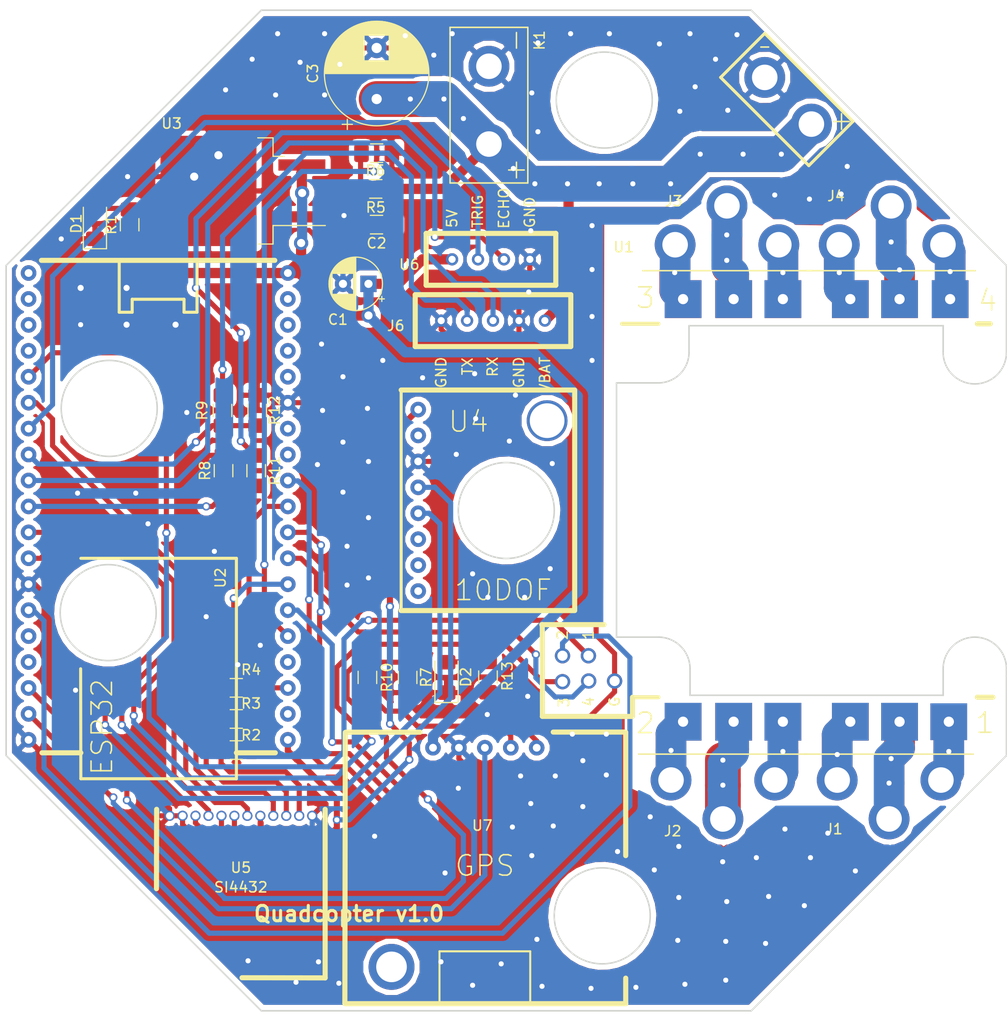
<source format=kicad_pcb>
(kicad_pcb (version 20211014) (generator pcbnew)
  (layers (0 "F.Cu" signal) (31 "B.Cu" signal) (34 "B.Paste" user) (35 "F.Paste" user) (36 "B.SilkS" user "B.Silkscreen") (37 "F.SilkS" user "F.Silkscreen") (38 "B.Mask" user) (39 "F.Mask" user) (44 "Edge.Cuts" user))
  (net 0 "")
  (net 1 "+5V")
  (net 2 "GND")
  (net 3 "+BATT")
  (net 4 "Net-(D1-Pad2)")
  (net 5 "Net-(D2-Pad2)")
  (net 6 "Net-(J1-Pad3)")
  (net 7 "Net-(J1-Pad2)")
  (net 8 "Net-(J1-Pad1)")
  (net 9 "Net-(J2-Pad1)")
  (net 10 "Net-(J2-Pad2)")
  (net 11 "Net-(J2-Pad3)")
  (net 12 "Net-(J3-Pad3)")
  (net 13 "Net-(J3-Pad2)")
  (net 14 "Net-(J3-Pad1)")
  (net 15 "Net-(J4-Pad1)")
  (net 16 "Net-(J4-Pad2)")
  (net 17 "Net-(J4-Pad3)")
  (net 18 "+3V3")
  (net 19 "GIMBAL_RX")
  (net 20 "Net-(J6-Pad4)")
  (net 21 "Net-(R2-Pad1)")
  (net 22 "SI4432_GPIO")
  (net 23 "Net-(R3-Pad1)")
  (net 24 "Net-(R4-Pad1)")
  (net 25 "MEAS_BATT")
  (net 26 "GPS_TX")
  (net 27 "HC-SR04_ECHO")
  (net 28 "GIMBAL_TX")
  (net 29 "Net-(R10-Pad1)")
  (net 30 "Net-(R11-Pad1)")
  (net 31 "Net-(R13-Pad1)")
  (net 32 "ESC_CMD1")
  (net 33 "ESC_CMD2")
  (net 34 "ESC_CMD3")
  (net 35 "ESC_CMD4")
  (net 36 "Net-(U2-Pad4)")
  (net 37 "~{SI4432_IRQ}")
  (net 38 "~{SI4432_SEL}")
  (net 39 "SCK")
  (net 40 "SDO")
  (net 41 "SDI")
  (net 42 "Net-(U2-Pad16)")
  (net 43 "Net-(U2-Pad17)")
  (net 44 "Net-(U2-Pad18)")
  (net 45 "Net-(U2-Pad20)")
  (net 46 "Net-(U2-Pad21)")
  (net 47 "Net-(U2-Pad22)")
  (net 48 "HC-SR04_TRIG")
  (net 49 "SDA")
  (net 50 "SCL")
  (net 51 "Net-(U2-Pad34)")
  (net 52 "Net-(U2-Pad35)")
  (net 53 "GPS_RX")
  (net 54 "Net-(U4-Pad2)")
  (net 55 "Net-(U4-Pad6)")
  (net 56 "Net-(U4-Pad7)")
  (net 57 "Net-(U4-Pad8)")
  (net 58 "Net-(U2-Pad12)")
  (net 59 "Net-(U2-Pad13)")
  (net 60 "Net-(U2-Pad15)")
  (net 61 "Net-(U2-Pad23)")
  (net 62 "Net-(U2-Pad2)")
  (footprint "quadcopter:10DOF" (layer "F.Cu") (at 63.7 73 -90)
    (fp_text reference "U4")
    (fp_text value "10DOF")
  )
  (footprint "LED_SMD:LED_1206_3216Metric_Pad1.42x1.75mm_HandSolder" (layer "F.Cu") (at 33.7 45.9 90)
    (fp_text reference "D1")
    (fp_text value "LED")
  )
  (footprint "quadcopter:GIMBAL" (layer "F.Cu") (at 72.7 55.4 180)
    (fp_text reference "J6")
    (fp_text value "GIMBAL")
  )
  (footprint "quadcopter:HC-SR04" (layer "F.Cu") (at 72.5 49.4)
    (fp_text reference "U6")
    (fp_text value "HC-SR04")
  )
  (footprint "Resistor_SMD:R_1206_3216Metric_Pad1.42x1.75mm_HandSolder" (layer "F.Cu") (at 46.3 70.1 90)
    (fp_text reference "R8")
    (fp_text value "20k")
  )
  (footprint "Resistor_SMD:R_1206_3216Metric_Pad1.42x1.75mm_HandSolder" (layer "F.Cu") (at 37.1 46.0125 90)
    (fp_text reference "R1")
    (fp_text value "1k")
  )
  (footprint "quadcopter:GPS" (layer "F.Cu") (at 71.9 104.6 180)
    (fp_text reference "U7")
    (fp_text value "GPS")
  )
  (footprint "Resistor_SMD:R_1206_3216Metric_Pad1.42x1.75mm_HandSolder" (layer "F.Cu") (at 46.2 64.2 -90)
    (fp_text reference "R12")
    (fp_text value "10k")
  )
  (footprint "Resistor_SMD:R_1206_3216Metric_Pad1.42x1.75mm_HandSolder" (layer "F.Cu") (at 61.3 39)
    (fp_text reference "R6")
    (fp_text value "10k")
  )
  (footprint "Resistor_SMD:R_1206_3216Metric_Pad1.42x1.75mm_HandSolder" (layer "F.Cu") (at 47.5495 91.368)
    (fp_text reference "R4")
    (fp_text value "0")
  )
  (footprint "quadcopter:motor-connector" (layer "F.Cu") (at 111.5 101.67 180)
    (fp_text reference "J1")
    (fp_text value "CONN-MOTOR")
  )
  (footprint "quadcopter:motor-connector" (layer "F.Cu") (at 95.22 101.67 180)
    (fp_text reference "J2")
    (fp_text value "CONN-MOTOR")
  )
  (footprint "quadcopter:motor-connector" (layer "F.Cu") (at 95.62 46.7)
    (fp_text reference "J3")
    (fp_text value "CONN-MOTOR")
  )
  (footprint "quadcopter:ESC" (layer "F.Cu") (at 104.4 74)
    (fp_text reference "U1")
    (fp_text value "ESC")
  )
  (footprint "Capacitor_THT:CP_Radial_D10.0mm_P5.00mm" (layer "F.Cu") (at 61.3 33.7 90)
    (fp_text reference "C3")
    (fp_text value "470u")
  )
  (footprint "Resistor_SMD:R_1206_3216Metric_Pad1.42x1.75mm_HandSolder" (layer "F.Cu") (at 49.5 70.1 -90)
    (fp_text reference "R11")
    (fp_text value "10k")
  )
  (footprint "Capacitor_THT:CP_Radial_D5.0mm_P2.50mm" (layer "F.Cu") (at 60.5 51.8 180)
    (fp_text reference "C1")
    (fp_text value "22u")
  )
  (footprint "quadcopter:SI4432-board" (layer "F.Cu") (at 48 103.9 180)
    (fp_text reference "U5")
    (fp_text value "SI4432-board")
  )
  (footprint "Capacitor_SMD:C_1206_3216Metric_Pad1.42x1.75mm_HandSolder" (layer "F.Cu") (at 61.2875 46 180)
    (fp_text reference "C2")
    (fp_text value "470n")
  )
  (footprint "Resistor_SMD:R_1206_3216Metric_Pad1.42x1.75mm_HandSolder" (layer "F.Cu") (at 47.5495 97.464)
    (fp_text reference "R2")
    (fp_text value "0")
  )
  (footprint "Resistor_SMD:R_1206_3216Metric_Pad1.42x1.75mm_HandSolder" (layer "F.Cu") (at 47.5495 94.416)
    (fp_text reference "R3")
    (fp_text value "0")
  )
  (footprint "Resistor_SMD:R_1206_3216Metric_Pad1.42x1.75mm_HandSolder" (layer "F.Cu") (at 72.206 90.31 90)
    (fp_text reference "R13")
    (fp_text value "1k")
  )
  (footprint "Resistor_SMD:R_1206_3216Metric_Pad1.42x1.75mm_HandSolder" (layer "F.Cu") (at 64.332 90.3465 -90)
    (fp_text reference "R7")
    (fp_text value "20k")
  )
  (footprint "Resistor_SMD:R_1206_3216Metric_Pad1.42x1.75mm_HandSolder" (layer "F.Cu") (at 60.395 90.3465 90)
    (fp_text reference "R10")
    (fp_text value "10k")
  )
  (footprint "LED_SMD:LED_1206_3216Metric_Pad1.42x1.75mm_HandSolder" (layer "F.Cu") (at 68.142 90.3465 90)
    (fp_text reference "D2")
    (fp_text value "LED")
  )
  (footprint "Resistor_SMD:R_1206_3216Metric_Pad1.42x1.75mm_HandSolder" (layer "F.Cu") (at 61.2125 42.5 180)
    (fp_text reference "R5")
    (fp_text value "30k")
  )
  (footprint "quadcopter:motor-connector" (layer "F.Cu") (at 111.7 46.7)
    (fp_text reference "J4")
    (fp_text value "CONN-MOTOR")
  )
  (footprint "quadcopter:battery-connector" (layer "F.Cu") (at 72.3 34.3 -90)
    (fp_text reference "K1")
    (fp_text value "BATTERY")
  )
  (footprint "Resistor_SMD:R_1206_3216Metric_Pad1.42x1.75mm_HandSolder" (layer "F.Cu") (at 49.6 64.2 90)
    (fp_text reference "R9")
    (fp_text value "20k")
  )
  (footprint "quadcopter:ESP32-VROOM-board" (layer "F.Cu") (at 39.9 73.6 90)
    (fp_text reference "U2")
    (fp_text value "ESP-WROOM-32-board")
  )
  (footprint "Package_TO_SOT_SMD:TO-263-2" (layer "F.Cu") (at 48.2 42.7 180)
    (fp_text reference "U3")
    (fp_text value "LM2936-5.0")
  )
  (gr_line (start 60.6 84.7) (end 60.5 84.6) (layer "B.SilkS") (width 0.2))
  (gr_arc (start 123 58.6) (mid 119.8 61.6) (end 116.8 58.4) (layer "Edge.Cuts") (width 0.15))
  (gr_circle (center 74 74) (end 78.7 74) (layer "Edge.Cuts") (width 0.15) (fill none))
  (gr_line (start 89 86.4) (end 84.8 86.4) (layer "Edge.Cuts") (width 0.15))
  (gr_line (start 25 98) (end 50 123) (layer "Edge.Cuts") (width 0.15))
  (gr_line (start 98 123) (end 123 98) (layer "Edge.Cuts") (width 0.15))
  (gr_arc (start 91.901666 58.5) (mid 90.986844 60.657564) (end 88.8 61.5) (layer "Edge.Cuts") (width 0.15))
  (gr_line (start 92 89.5) (end 92 92.1) (layer "Edge.Cuts") (width 0.15))
  (gr_line (start 50 123) (end 98 123) (layer "Edge.Cuts") (width 0.15))
  (gr_line (start 92 92.1) (end 116.8 92.1) (layer "Edge.Cuts") (width 0.15))
  (gr_line (start 123 89.6) (end 123 90.2) (layer "Edge.Cuts") (width 0.15))
  (gr_line (start 98 25) (end 123 50) (layer "Edge.Cuts") (width 0.15))
  (gr_line (start 116.8 55.9) (end 91.9 55.9) (layer "Edge.Cuts") (width 0.15))
  (gr_line (start 91.9 55.9) (end 91.9 58.5) (layer "Edge.Cuts") (width 0.15))
  (gr_line (start 25 50) (end 25 98) (layer "Edge.Cuts") (width 0.15))
  (gr_circle (center 35.1 64) (end 39.8 64) (layer "Edge.Cuts") (width 0.15) (fill none))
  (gr_line (start 25 50) (end 50 25) (layer "Edge.Cuts") (width 0.15))
  (gr_circle (center 83.6 33.8) (end 88.3 33.8) (layer "Edge.Cuts") (width 0.15) (fill none))
  (gr_circle (center 83.4 113.7) (end 88.1 113.7) (layer "Edge.Cuts") (width 0.15) (fill none))
  (gr_line (start 123 98) (end 123 90.2) (layer "Edge.Cuts") (width 0.15))
  (gr_line (start 84.8 61.5) (end 84.8 86.4) (layer "Edge.Cuts") (width 0.15))
  (gr_line (start 123 58.6) (end 123 50) (layer "Edge.Cuts") (width 0.15))
  (gr_arc (start 88.999948 86.401612) (mid 91.127087 87.343596) (end 92 89.5) (layer "Edge.Cuts") (width 0.15))
  (gr_line (start 50 25) (end 98 25) (layer "Edge.Cuts") (width 0.15))
  (gr_line (start 116.8 58.4) (end 116.8 55.9) (layer "Edge.Cuts") (width 0.15))
  (gr_line (start 116.8 89.4) (end 116.8 92.1) (layer "Edge.Cuts") (width 0.15))
  (gr_circle (center 35 84) (end 39.7 84) (layer "Edge.Cuts") (width 0.15) (fill none))
  (gr_line (start 88.8 61.5) (end 84.8 61.5) (layer "Edge.Cuts") (width 0.15))
  (gr_arc (start 116.800364 89.389298) (mid 120.005351 86.400178) (end 123 89.6) (layer "Edge.Cuts") (width 0.15))
  (gr_text "Quadcopter v1.0" (at 58.6 113.5) (layer "F.SilkS") (effects (font (size 1.5 1.5) (thickness 0.3))))
  (segment (start 53.67763 50.74) (end 53.73763 50.8) (width 1) (layer "F.Cu") (net 1))
  (segment (start 68.69 49.4) (end 65.8 49.4) (width 1) (layer "F.Cu") (net 1))
  (segment (start 63.4 51.8) (end 60.5 51.8) (width 1) (layer "F.Cu") (net 1))
  (segment (start 37.1 47.5) (end 40.34 50.74) (width 1) (layer "F.Cu") (net 1))
  (segment (start 53.975 40.16) (end 55.26 40.16) (width 1) (layer "F.Cu") (net 1))
  (segment (start 52.6 50.74) (end 53.67763 50.74) (width 1) (layer "F.Cu") (net 1))
  (segment (start 53.975 42.875) (end 54 42.9) (width 1) (layer "F.Cu") (net 1))
  (segment (start 53.8 50.8) (end 57.9 54.9) (width 1) (layer "F.Cu") (net 1))
  (segment (start 53.975 40.925) (end 53.9 41) (width 1) (layer "F.Cu") (net 1))
  (segment (start 40.34 50.74) (end 52.6 50.74) (width 1) (layer "F.Cu") (net 1))
  (segment (start 53.9 47.8) (end 53.9 49.44) (width 1) (layer "F.Cu") (net 1))
  (segment (start 57.9 54.9) (end 60.5 54.9) (width 1) (layer "F.Cu") (net 1))
  (segment (start 53.73763 50.8) (end 53.8 50.8) (width 1) (layer "F.Cu") (net 1))
  (segment (start 53.975 40.925) (end 53.975 42.875) (width 1) (layer "F.Cu") (net 1))
  (segment (start 53.975 40.16) (end 53.975 40.925) (width 1) (layer "F.Cu") (net 1))
  (segment (start 53.9 49.44) (end 52.6 50.74) (width 1) (layer "F.Cu") (net 1))
  (segment (start 65.8 49.4) (end 63.4 51.8) (width 1) (layer "F.Cu") (net 1))
  (via (at 60.5 54.9) (size 1.4) (drill 0.8) (layers "F.Cu" "B.Cu") (net 1))
  (via (at 54 42.9) (size 1.4) (drill 0.8) (layers "F.Cu" "B.Cu") (net 1))
  (via (at 53.9 47.8) (size 1.4) (drill 0.8) (layers "F.Cu" "B.Cu") (net 1))
  (segment (start 66.82 97.234) (end 66.82 96.107998) (width 1) (layer "B.Cu") (net 1))
  (segment (start 54 42.9) (end 54 47.7) (width 1) (layer "B.Cu") (net 1))
  (segment (start 76.7 58.5) (end 64.1 58.5) (width 1) (layer "B.Cu") (net 1))
  (segment (start 66.82 96.107998) (end 81.000001 81.927997) (width 1) (layer "B.Cu") (net 1))
  (segment (start 81.000001 81.927997) (end 81.000001 62.800001) (width 1) (layer "B.Cu") (net 1))
  (segment (start 60.5 54.9) (end 60.5 51.8) (width 1) (layer "B.Cu") (net 1))
  (segment (start 54 47.7) (end 53.9 47.8) (width 1) (layer "B.Cu") (net 1))
  (segment (start 81.000001 62.800001) (end 76.7 58.5) (width 1) (layer "B.Cu") (net 1))
  (segment (start 64.1 58.5) (end 60.5 54.9) (width 1) (layer "B.Cu") (net 1))
  (segment (start 80.3 27.3) (end 75.49 27.3) (width 0.5) (layer "F.Cu") (net 2))
  (segment (start 92 27.3) (end 84.1 27.3) (width 0.5) (layer "F.Cu") (net 2))
  (segment (start 43.425 41.3) (end 44.825 42.7) (width 0.5) (layer "F.Cu") (net 2))
  (segment (start 74.9 62.7) (end 75.24 62.36) (width 0.5) (layer "F.Cu") (net 2))
  (segment (start 84.1 27.3) (end 80.3 27.3) (width 0.5) (layer "F.Cu") (net 2))
  (segment (start 69.1 68.5) (end 74.9 62.7) (width 0.5) (layer "F.Cu") (net 2))
  (segment (start 75.4 100) (end 75.4 100) (width 0.5) (layer "F.Cu") (net 2))
  (segment (start 78.8 100) (end 78.8 100) (width 0.5) (layer "F.Cu") (net 2))
  (segment (start 80.470548 95.9) (end 80 96.370548) (width 0.5) (layer "F.Cu") (net 2))
  (segment (start 51.4 33.3) (end 49.4 31.3) (width 0.5) (layer "F.Cu") (net 2))
  (segment (start 27.2 81.22) (end 27.82 81.22) (width 0.5) (layer "F.Cu") (net 2))
  (segment (start 61.3 28.7) (end 70.51 28.7) (width 0.5) (layer "F.Cu") (net 2))
  (segment (start 67.1 108.6) (end 68 109.5) (width 0.5) (layer "F.Cu") (net 2))
  (segment (start 50.7125 62.7125) (end 51.44 63.44) (width 0.5) (layer "F.Cu") (net 2))
  (segment (start 69.36 98.31163) (end 73.152 102.10363) (width 0.5) (layer "F.Cu") (net 2))
  (segment (start 61.70001 36.70001) (end 58.1 36.70001) (width 0.5) (layer "F.Cu") (net 2))
  (segment (start 69.36 97.234) (end 69.36 98.31163) (width 0.5) (layer "F.Cu") (net 2))
  (segment (start 58.1 45.1125) (end 58.1 36.70001) (width 0.5) (layer "F.Cu") (net 2))
  (segment (start 69.271472 57.9) (end 75.24 57.9) (width 0.5) (layer "F.Cu") (net 2))
  (segment (start 34.64 103.9) (end 41.015 103.9) (width 0.5) (layer "F.Cu") (net 2))
  (segment (start 76.3 50.258528) (end 76.3 52) (width 0.5) (layer "F.Cu") (net 2))
  (segment (start 66.59997 108.80003) (end 66.8 108.6) (width 0.5) (layer "F.Cu") (net 2))
  (segment (start 58.9875 46) (end 58.1 45.1125) (width 0.5) (layer "F.Cu") (net 2))
  (segment (start 59.58 63.44) (end 67.62 55.4) (width 0.5) (layer "F.Cu") (net 2))
  (segment (start 82.8 62) (end 78.7 57.9) (width 0.5) (layer "F.Cu") (net 2))
  (segment (start 49.6 59.7) (end 49.6 62.7125) (width 0.5) (layer "F.Cu") (net 2))
  (segment (start 68.142 92.6465) (end 69.4755 93.98) (width 0.5) (layer "F.Cu") (net 2))
  (segment (start 84.610978 90.69891) (end 84.610978 88.010978) (width 0.5) (layer "F.Cu") (net 2))
  (segment (start 73.152 102.10363) (end 73.152 102.248) (width 0.5) (layer "F.Cu") (net 2))
  (segment (start 29.48788 91.665774) (end 41.015 103.192894) (width 0.5) (layer "F.Cu") (net 2))
  (segment (start 59.199997 53.449999) (end 65.669999 53.449999) (width 0.5) (layer "F.Cu") (net 2))
  (segment (start 68.41 69.19) (end 69.1 68.5) (width 0.5) (layer "F.Cu") (net 2))
  (segment (start 29.465774 91.665774) (end 28.9 91.1) (width 0.5) (layer "F.Cu") (net 2))
  (segment (start 52.6 63.44) (end 59.58 63.44) (width 0.5) (layer "F.Cu") (net 2))
  (segment (start 84.610978 90.69891) (end 84.610978 91.75957) (width 0.5) (layer "F.Cu") (net 2))
  (segment (start 41.70001 60.69999) (end 43.9 58.5) (width 0.5) (layer "F.Cu") (net 2))
  (segment (start 29.48788 91.665774) (end 29.465774 91.665774) (width 0.5) (layer "F.Cu") (net 2))
  (segment (start 54.80001 36.70001) (end 51.4 33.3) (width 0.5) (layer "F.Cu") (net 2))
  (segment (start 58.799999 53.050001) (end 59.199997 53.449999) (width 0.5) (layer "F.Cu") (net 2))
  (segment (start 76.3 52) (end 75.24 53.06) (width 0.5) (layer "F.Cu") (net 2))
  (segment (start 95.038 27.3) (end 92 27.3) (width 0.5) (layer "F.Cu") (net 2))
  (segment (start 27.82 81.22) (end 28.9 82.3) (width 0.5) (layer "F.Cu") (net 2))
  (segment (start 69.2 106.2) (end 73.152 102.248) (width 0.5) (layer "F.Cu") (net 2))
  (segment (start 41.70001 67.50001) (end 41.70001 60.69999) (width 0.5) (layer "F.Cu") (net 2))
  (segment (start 43.9 58.5) (end 48.4 58.5) (width 0.5) (layer "F.Cu") (net 2))
  (segment (start 75.49 27.3) (end 72.3 30.49) (width 0.5) (layer "F.Cu") (net 2))
  (segment (start 42.8 68.6) (end 41.70001 67.50001) (width 0.5) (layer "F.Cu") (net 2))
  (segment (start 45.325 68.6125) (end 45.3125 68.6) (width 0.5) (layer "F.Cu") (net 2))
  (segment (start 65.37 69.19) (end 68.41 69.19) (width 0.5) (layer "F.Cu") (net 2))
  (segment (start 99.32 31.582) (end 95.038 27.3) (width 0.5) (layer "F.Cu") (net 2))
  (segment (start 52 28.7) (end 49.4 31.3) (width 0.5) (layer "F.Cu") (net 2))
  (segment (start 30.4125 47.3875) (end 30.4 47.4) (width 0.5) (layer "F.Cu") (net 2))
  (segment (start 70.51 28.7) (end 72.3 30.49) (width 0.5) (layer "F.Cu") (net 2))
  (segment (start 75.24 62.36) (end 75.24 57.9) (width 0.5) (layer "F.Cu") (net 2))
  (segment (start 73.152 102.248) (end 75.4 100) (width 0.5) (layer "F.Cu") (net 2))
  (segment (start 78.8 100) (end 75.4 100) (width 0.5) (layer "F.Cu") (net 2))
  (segment (start 42.285 103.9) (end 42.285 104.751332) (width 0.5) (layer "F.Cu") (net 2))
  (segment (start 44.825 35.875) (end 44.825 42.7) (width 0.5) (layer "F.Cu") (net 2))
  (segment (start 64.5 110.9) (end 66.8 108.6) (width 0.5) (layer "F.Cu") (net 2))
  (segment (start 41.015 103.9) (end 42.285 103.9) (width 0.5) (layer "F.Cu") (net 2))
  (segment (start 49.6 62.7125) (end 50.7125 62.7125) (width 0.5) (layer "F.Cu") (net 2))
  (segment (start 75.24 53.06) (end 75.24 53.36) (width 0.5) (layer "F.Cu") (net 2))
  (segment (start 68.142 91.834) (end 64.332 91.834) (width 0.5) (layer "F.Cu") (net 2))
  (segment (start 33.7 47.3875) (end 30.4125 47.3875) (width 0.5) (layer "F.Cu") (net 2))
  (segment (start 78.7 57.9) (end 75.24 57.9) (width 0.5) (layer "F.Cu") (net 2))
  (segment (start 66.8 108.6) (end 67.1 108.6) (width 0.5) (layer "F.Cu") (net 2))
  (segment (start 69.4755 93.98) (end 72.136 93.98) (width 0.5) (layer "F.Cu") (net 2))
  (segment (start 49.4 31.3) (end 44.825 35.875) (width 0.5) (layer "F.Cu") (net 2))
  (segment (start 68.142 91.834) (end 68.142 92.6465) (width 0.5) (layer "F.Cu") (net 2))
  (segment (start 67.62 56.248528) (end 69.271472 57.9) (width 0.5) (layer "F.Cu") (net 2))
  (segment (start 75.24 57.9) (end 75.24 55.4) (width 0.5) (layer "F.Cu") (net 2))
  (segment (start 62.7875 39) (end 62.7875 37.7875) (width 0.5) (layer "F.Cu") (net 2))
  (segment (start 80 98.8) (end 78.8 100) (width 0.5) (layer "F.Cu") (net 2))
  (segment (start 46.333697 108.80003) (end 46.333697 108.833697) (width 0.5) (layer "F.Cu") (net 2))
  (segment (start 28.9 91.1) (end 28.9 82.3) (width 0.5) (layer "F.Cu") (net 2))
  (segment (start 84.610978 91.75957) (end 80.470548 95.9) (width 0.5) (layer "F.Cu") (net 2))
  (segment (start 65.669999 53.449999) (end 67.020001 54.800001) (width 0.5) (layer "F.Cu") (net 2))
  (segment (start 67.020001 54.800001) (end 67.62 55.4) (width 0.5) (layer "F.Cu") (net 2))
  (segment (start 46.333697 108.833697) (end 48.4 110.9) (width 0.5) (layer "F.Cu") (net 2))
  (segment (start 48.4 110.9) (end 64.5 110.9) (width 0.5) (layer "F.Cu") (net 2))
  (segment (start 41.015 103.192894) (end 41.015 103.9) (width 0.5) (layer "F.Cu") (net 2))
  (segment (start 67.62 55.4) (end 67.62 56.248528) (width 0.5) (layer "F.Cu") (net 2))
  (segment (start 48.4 58.5) (end 49.6 59.7) (width 0.5) (layer "F.Cu") (net 2))
  (segment (start 58 51.8) (end 58.799999 52.599999) (width 0.5) (layer "F.Cu") (net 2))
  (segment (start 66.8 108.6) (end 69.2 106.2) (width 0.5) (layer "F.Cu") (net 2))
  (segment (start 58.799999 52.599999) (end 58.799999 53.050001) (width 0.5) (layer "F.Cu") (net 2))
  (segment (start 84.610978 88.010978) (end 82.8 86.2) (width 0.5) (layer "F.Cu") (net 2))
  (segment (start 27.2 96.46) (end 34.64 103.9) (width 0.5) (layer "F.Cu") (net 2))
  (segment (start 62.7875 37.7875) (end 61.70001 36.70001) (width 0.5) (layer "F.Cu") (net 2))
  (segment (start 45.3125 68.6) (end 42.8 68.6) (width 0.5) (layer "F.Cu") (net 2))
  (segment (start 82.8 86.2) (end 82.8 62) (width 0.5) (layer "F.Cu") (net 2))
  (segment (start 46.3 68.6125) (end 45.325 68.6125) (width 0.5) (layer "F.Cu") (net 2))
  (segment (start 80 96.370548) (end 80 98.8) (width 0.5) (layer "F.Cu") (net 2))
  (segment (start 61.3 28.7) (end 52 28.7) (width 0.5) (layer "F.Cu") (net 2))
  (segment (start 36.9 41.3) (end 43.425 41.3) (width 0.5) (layer "F.Cu") (net 2))
  (segment (start 75.24 55.4) (end 75.24 53.36) (width 0.5) (layer "F.Cu") (net 2))
  (segment (start 58.1 36.70001) (end 54.80001 36.70001) (width 0.5) (layer "F.Cu") (net 2))
  (segment (start 51.44 63.44) (end 52.6 63.44) (width 0.5) (layer "F.Cu") (net 2))
  (segment (start 43.425 41.3) (end 43.425 41.3) (width 0.5) (layer "F.Cu") (net 2))
  (segment (start 42.285 104.751332) (end 46.333697 108.80003) (width 0.5) (layer "F.Cu") (net 2))
  (segment (start 76.31 49.4) (end 76.31 50.248528) (width 0.5) (layer "F.Cu") (net 2))
  (segment (start 76.31 50.248528) (end 76.3 50.258528) (width 0.5) (layer "F.Cu") (net 2))
  (segment (start 59.8 46) (end 58.9875 46) (width 0.5) (layer "F.Cu") (net 2))
  (via (at 36.8 52.2) (size 1.2) (drill 0.6) (layers "F.Cu" "B.Cu") (net 2))
  (via (at 77.5 120.6) (size 0.8) (drill 0.5) (layers "F.Cu" "B.Cu") (net 2))
  (via (at 69.1 68.5) (size 0.8) (drill 0.5) (layers "F.Cu" "B.Cu") (net 2))
  (via (at 68 109.5) (size 0.8) (drill 0.5) (layers "F.Cu" "B.Cu") (net 2))
  (via (at 103.2 112.7) (size 0.8) (drill 0.5) (layers "F.Cu" "B.Cu") (net 2))
  (via (at 83.8 99.9) (size 0.8) (drill 0.5) (layers "F.Cu" "B.Cu") (net 2))
  (via (at 74.6 105) (size 0.8) (drill 0.5) (layers "F.Cu" "B.Cu") (net 2))
  (via (at 70.7 80.2) (size 0.8) (drill 0.5) (layers "F.Cu" "B.Cu") (net 2))
  (via (at 77.1 28.2) (size 0.8) (drill 0.5) (layers "F.Cu" "B.Cu") (net 2))
  (via (at 72.136 93.98) (size 0.8) (drill 0.5) (layers "F.Cu" "B.Cu") (net 2))
  (via (at 99.4 116.4) (size 0.8) (drill 0.5) (layers "F.Cu" "B.Cu") (net 2))
  (via (at 69.3 101.2) (size 0.8) (drill 0.5) (layers "F.Cu" "B.Cu") (net 2))
  (via (at 106.8 43) (size 0.8) (drill 0.5) (layers "F.Cu" "B.Cu") (net 2))
  (via (at 95.7 34.8) (size 0.8) (drill 0.5) (layers "F.Cu" "B.Cu") (net 2))
  (via (at 95.6 112.3) (size 0.8) (drill 0.5) (layers "F.Cu" "B.Cu") (net 2))
  (via (at 90.8 116.1) (size 0.8) (drill 0.5) (layers "F.Cu" "B.Cu") (net 2))
  (via (at 80.3 27.3) (size 0.8) (drill 0.5) (layers "F.Cu" "B.Cu") (net 2))
  (via (at 51.6 27.3) (size 0.8) (drill 0.5) (layers "F.Cu" "B.Cu") (net 2))
  (via (at 60.5 74.7) (size 0.8) (drill 0.5) (layers "F.Cu" "B.Cu") (net 2))
  (via (at 30.4 47.4) (size 0.8) (drill 0.5) (layers "F.Cu" "B.Cu") (net 2))
  (via (at 58.4 81.3) (size 0.8) (drill 0.5) (layers "F.Cu" "B.Cu") (net 2))
  (via (at 78.5 69.4) (size 0.8) (drill 0.5) (layers "F.Cu" "B.Cu") (net 2))
  (via (at 42.7 64.4) (size 0.8) (drill 0.5) (layers "F.Cu" "B.Cu") (net 2))
  (via (at 76.5 33.1) (size 0.8) (drill 0.5) (layers "F.Cu" "B.Cu") (net 2))
  (via (at 88.1 104) (size 0.8) (drill 0.5) (layers "F.Cu" "B.Cu") (net 2))
  (via (at 75.8 82.5) (size 0.8) (drill 0.5) (layers "F.Cu" "B.Cu") (net 2))
  (via (at 55.6 118.2) (size 0.8) (drill 0.5) (layers "F.Cu" "B.Cu") (net 2))
  (via (at 53.8 30.1) (size 0.8) (drill 0.5) (layers "F.Cu" "B.Cu") (net 2))
  (via (at 47.7 89.1) (size 0.8) (drill 0.5) (layers "F.Cu" "B.Cu") (net 2))
  (via (at 99.7 111.8) (size 0.8) (drill 0.5) (layers "F.Cu" "B.Cu") (net 2))
  (via (at 80.470548 95.9) (size 0.8) (drill 0.5) (layers "F.Cu" "B.Cu") (net 2))
  (via (at 91 34.9) (size 0.8) (drill 0.5) (layers "F.Cu" "B.Cu") (net 2))
  (via (at 84.9 107.4) (size 0.8) (drill 0.5) (layers "F.Cu" "B.Cu") (net 2))
  (via (at 37.7 72.3) (size 0.8) (drill 0.5) (layers "F.Cu" "B.Cu") (net 2))
  (via (at 55.5 69.5) (size 0.8) (drill 0.5) (layers "F.Cu" "B.Cu") (net 2))
  (via (at 55.9 57.7) (size 0.8) (drill 0.5) (layers "F.Cu" "B.Cu") (net 2))
  (via (at 48.7 118.1) (size 0.8) (drill 0.5) (layers "F.Cu" "B.Cu") (net 2))
  (via (at 58.1 45.1125) (size 0.8) (drill 0.5) (layers "F.Cu" "B.Cu") (net 2))
  (via (at 83.8 95.9) (size 0.8) (drill 0.5) (layers "F.Cu" "B.Cu") (net 2))
  (via (at 82.3 120.8) (size 0.8) (drill 0.5) (layers "F.Cu" "B.Cu") (net 2))
  (via (at 58 72.2) (size 0.8) (drill 0.5) (layers "F.Cu" "B.Cu") (net 2))
  (via (at 74.9 62.7) (size 0.8) (drill 0.5) (layers "F.Cu" "B.Cu") (net 2))
  (via (at 49.9 87.2) (size 0.8) (drill 0.5) (layers "F.Cu" "B.Cu") (net 2))
  (via (at 76.1 92.2) (size 0.8) (drill 0.5) (layers "F.Cu" "B.Cu") (net 2))
  (via (at 61.9 59.3) (size 0.8) (drill 0.5) (layers "F.Cu" "B.Cu") (net 2))
  (via (at 76.5 107.8) (size 0.8) (drill 0.5) (layers "F.Cu" "B.Cu") (net 2))
  (via (at 58 67.3) (size 0.8) (drill 0.5) (layers "F.Cu" "B.Cu") (net 2))
  (via (at 58.4 77.5) (size 0.8) (drill 0.5) (layers "F.Cu" "B.Cu") (net 2))
  (via (at 82.4 55) (size 0.8) (drill 0.5) (layers "F.Cu" "B.Cu") (net 2))
  (via (at 38.9 75.3) (size 0.8) (drill 0.5) (layers "F.Cu" "B.Cu") (net 2))
  (via (at 108.2 109.3) (size 0.8) (drill 0.5) (layers "F.Cu" "B.Cu") (net 2))
  (via (at 31.8 91.6) (size 0.8) (drill 0.5) (layers "F.Cu" "B.Cu") (net 2))
  (via (at 60.5 69.2) (size 0.8) (drill 0.5) (layers "F.Cu" "B.Cu") (net 2))
  (via (at 78.8 100) (size 0.8) (drill 0.5) (layers "F.Cu" "B.Cu") (net 2))
  (via (at 64.1 27.5) (size 0.8) (drill 0.5) (layers "F.Cu" "B.Cu") (net 2))
  (via (at 78.6 104.9) (size 0.8) (drill 0.5) (layers "F.Cu" "B.Cu") (net 2))
  (via (at 66.9 29.4) (size 0.8) (drill 0.5) (layers "F.Cu" "B.Cu") (net 2))
  (via (at 94.5 29.8) (size 0.8) (drill 0.5) (layers "F.Cu" "B.Cu") (net 2))
  (via (at 65.8 61) (size 0.8) (drill 0.5) (layers "F.Cu" "B.Cu") (net 2))
  (via (at 77 116) (size 0.8) (drill 0.5) (layers "F.Cu" "B.Cu") (net 2))
  (via (at 92 27.3) (size 0.8) (drill 0.5) (layers "F.Cu" "B.Cu") (net 2))
  (via (at 88.5 109.2) (size 0.8) (drill 0.5) (layers "F.Cu" "B.Cu") (net 2))
  (via (at 76.4 46.6) (size 0.8) (drill 0.5) (layers "F.Cu" "B.Cu") (net 2))
  (via (at 43.425 41.3) (size 1.2) (drill 0.8) (layers "F.Cu" "B.Cu") (net 2))
  (via (at 73.5 118.4) (size 0.8) (drill 0.5) (layers "F.Cu" "B.Cu") (net 2))
  (via (at 61.1 105.9) (size 0.8) (drill 0.5) (layers "F.Cu" "B.Cu") (net 2))
  (via (at 45.4 78) (size 0.8) (drill 0.5) (layers "F.Cu" "B.Cu") (net 2))
  (via (at 82.4 50.4) (size 0.8) (drill 0.5) (layers "F.Cu" "B.Cu") (net 2))
  (via (at 86.7 120.7) (size 0.8) (drill 0.5) (layers "F.Cu" "B.Cu") (net 2))
  (via (at 98.5 108) (size 0.8) (drill 0.5) (layers "F.Cu" "B.Cu") (net 2))
  (via (at 36.8 55.8) (size 1.2) (drill 0.6) (layers "F.Cu" "B.Cu") (net 2))
  (via (at 71 65) (size 0.8) (drill 0.5) (layers "F.Cu" "B.Cu") (net 2))
  (via (at 103.8 108) (size 0.8) (drill 0.5) (layers "F.Cu" "B.Cu") (net 2))
  (via (at 56.2 27.3) (size 0.8) (drill 0.5) (layers "F.Cu" "B.Cu") (net 2))
  (via (at 70.9 60.6) (size 0.8) (drill 0.5) (layers "F.Cu" "B.Cu") (net 2))
  (via (at 92.5 32.5) (size 0.8) (drill 0.5) (layers "F.Cu" "B.Cu") (net 2))
  (via (at 56.2 33.3) (size 0.8) (drill 0.5) (layers "F.Cu" "B.Cu") (net 2))
  (via (at 44.6 84.4) (size 0.8) (drill 0.5) (layers "F.Cu" "B.Cu") (net 2))
  (via (at 72.2 82.5) (size 0.8) (drill 0.5) (layers "F.Cu" "B.Cu") (net 2))
  (via (at 105.5 105.6) (size 0.8) (drill 0.5) (layers "F.Cu" "B.Cu") (net 2))
  (via (at 58 60.9) (size 0.8) (drill 0.5) (layers "F.Cu" "B.Cu") (net 2))
  (via (at 56 64.2) (size 0.8) (drill 0.5) (layers "F.Cu" "B.Cu") (net 2))
  (via (at 51.4 33.3) (size 0.8) (drill 0.5) (layers "F.Cu" "B.Cu") (net 2))
  (via (at 100.3 43.1) (size 0.8) (drill 0.5) (layers "F.Cu" "B.Cu") (net 2))
  (via (at 32.3 55.8) (size 1.2) (drill 0.5) (layers "F.Cu" "B.Cu") (net 2))
  (via (at 67.6 118.2) (size 0.8) (drill 0.5) (layers "F.Cu" "B.Cu") (net 2))
  (via (at 60.5 80.6) (size 0.8) (drill 0.5) (layers "F.Cu" "B.Cu") (net 2))
  (via (at 96.6 27.4) (size 0.8) (drill 0.5) (layers "F.Cu" "B.Cu") (net 2))
  (via (at 82.4 59.3) (size 0.8) (drill 0.5) (layers "F.Cu" "B.Cu") (net 2))
  (via (at 41.6 55.8) (size 1.2) (drill 0.6) (layers "F.Cu" "B.Cu") (net 2))
  (via (at 57.6 120.3) (size 0.8) (drill 0.5) (layers "F.Cu" "B.Cu") (net 2))
  (via (at 103.7 43.5) (size 0.8) (drill 0.5) (layers "F.Cu" "B.Cu") (net 2))
  (via (at 95.5 116.2) (size 0.8) (drill 0.5) (layers "F.Cu" "B.Cu") (net 2))
  (via (at 32 72.3) (size 0.8) (drill 0.5) (layers "F.Cu" "B.Cu") (net 2))
  (via (at 49.1 29.8) (size 0.8) (drill 0.5) (layers "F.Cu" "B.Cu") (net 2))
  (via (at 90.9 111.9) (size 0.8) (drill 0.5) (layers "F.Cu" "B.Cu") (net 2))
  (via (at 32.3 52.2) (size 1.2) (drill 0.6) (layers "F.Cu" "B.Cu") (net 2))
  (via (at 107.4 40.3) (size 0.8) (drill 0.5) (layers "F.Cu" "B.Cu") (net 2))
  (via (at 70.7 120.5) (size 0.8) (drill 0.5) (layers "F.Cu" "B.Cu") (net 2))
  (via (at 90.9 106.9) (size 0.8) (drill 0.5) (layers "F.Cu" "B.Cu") (net 2))
  (via (at 78.3 79.7) (size 0.8) (drill 0.5) (layers "F.Cu" "B.Cu") (net 2))
  (via (at 84.1 27.3) (size 0.8) (drill 0.5) (layers "F.Cu" "B.Cu") (net 2))
  (via (at 95.5 120) (size 0.8) (drill 0.5) (layers "F.Cu" "B.Cu") (net 2))
  (via (at 75.4 100) (size 0.8) (drill 0.5) (layers "F.Cu" "B.Cu") (net 2))
  (via (at 74.3 67.2) (size 0.8) (drill 0.5) (layers "F.Cu" "B.Cu") (net 2))
  (via (at 36.9 41.3) (size 0.8) (drill 0.5) (layers "F.Cu" "B.Cu") (net 2))
  (via (at 81.5 98.5) (size 0.8) (drill 0.5) (layers "F.Cu" "B.Cu") (net 2))
  (via (at 57.7 30.3) (size 0.8) (drill 0.5) (layers "F.Cu" "B.Cu") (net 2))
  (via (at 101.3 105.2) (size 0.8) (drill 0.5) (layers "F.Cu" "B.Cu") (net 2))
  (via (at 76.4 102.7) (size 0.8) (drill 0.5) (layers "F.Cu" "B.Cu") (net 2))
  (via (at 46.5 32.8) (size 0.8) (drill 0.5) (layers "F.Cu" "B.Cu") (net 2))
  (via (at 45.8 39.2) (size 1.2) (drill 0.8) (layers "F.Cu" "B.Cu") (net 2))
  (via (at 77.1 36.9) (size 0.8) (drill 0.5) (layers "F.Cu" "B.Cu") (net 2))
  (via (at 60.4 64) (size 0.8) (drill 0.5) (layers "F.Cu" "B.Cu") (net 2))
  (via (at 81.5 103) (size 0.8) (drill 0.5) (layers "F.Cu" "B.Cu") (net 2))
  (via (at 68.7 27.3) (size 0.8) (drill 0.5) (layers "F.Cu" "B.Cu") (net 2))
  (via (at 95.2 108.4) (size 0.8) (drill 0.5) (layers "F.Cu" "B.Cu") (net 2))
  (via (at 89 28.3) (size 0.8) (drill 0.5) (layers "F.Cu" "B.Cu") (net 2))
  (via (at 76.2 52.6) (size 0.8) (drill 0.5) (layers "F.Cu" "B.Cu") (net 2))
  (via (at 82.4 46.1) (size 0.8) (drill 0.5) (layers "F.Cu" "B.Cu") (net 2))
  (via (at 53.4 120.2) (size 0.8) (drill 0.5) (layers "F.Cu" "B.Cu") (net 2))
  (via (at 91.5 120.4) (size 0.8) (drill 0.5) (layers "F.Cu" "B.Cu") (net 2))
  (segment (start 34.86674 41.3) (end 36.9 41.3) (width 0.5) (layer "B.Cu") (net 2))
  (segment (start 54.985 104.607106) (end 55 104.622106) (width 0.5) (layer "B.Cu") (net 2))
  (segment (start 54.985 104.607106) (end 54.985 106.385) (width 0.5) (layer "B.Cu") (net 2))
  (segment (start 56.763173 108.163173) (end 67.363173 108.163173) (width 0.5) (layer "B.Cu") (net 2))
  (segment (start 58 45.2125) (end 58.1 45.1125) (width 0.5) (layer "B.Cu") (net 2))
  (segment (start 54.985 103.9) (end 54.985 104.607106) (width 0.5) (layer "B.Cu") (net 2))
  (segment (start 54.985 106.385) (end 56.763173 108.163173) (width 0.5) (layer "B.Cu") (net 2))
  (segment (start 58 51.8) (end 58 45.2125) (width 0.5) (layer "B.Cu") (net 2))
  (segment (start 30.4 47.4) (end 30.4 45.76674) (width 0.5) (layer "B.Cu") (net 2))
  (segment (start 30.4 45.76674) (end 34.86674 41.3) (width 0.5) (layer "B.Cu") (net 2))
  (segment (start 97.2 39.1) (end 100.946 39.1) (width 3.5) (layer "F.Cu") (net 3))
  (segment (start 64.6 33.7) (end 65.959812 33.7) (width 3.5) (layer "F.Cu") (net 3))
  (segment (start 74.69 40.5) (end 76.19 42) (width 3.5) (layer "F.Cu") (net 3))
  (segment (start 78.9 42) (end 80.1 42) (width 3.5) (layer "F.Cu") (net 3))
  (segment (start 78.590001 54.589999) (end 77.78 55.4) (width 1) (layer "F.Cu") (net 3))
  (segment (start 55.14 45.24) (end 58.7 48.8) (width 1) (layer "F.Cu") (net 3))
  (segment (start 76.19 42) (end 78.9 42) (width 3.5) (layer "F.Cu") (net 3))
  (segment (start 69.8 35.61) (end 72.3 38.11) (width 3.5) (layer "F.Cu") (net 3))
  (segment (start 61.3 33.7) (end 64.6 33.7) (width 3.5) (layer "F.Cu") (net 3))
  (segment (start 93 39.1) (end 97.2 39.1) (width 3.5) (layer "F.Cu") (net 3))
  (segment (start 54.596002 45.24) (end 53.975 45.24) (width 1) (layer "F.Cu") (net 3))
  (segment (start 62.7 42.5) (end 67.91 42.5) (width 1) (layer "F.Cu") (net 3))
  (segment (start 72.3 38.11) (end 74.69 40.5) (width 3.5) (layer "F.Cu") (net 3))
  (segment (start 62.775 46) (end 62.775 48.225) (width 1) (layer "F.Cu") (net 3))
  (segment (start 72.29 38.1) (end 72.3 38.11) (width 3) (layer "F.Cu") (net 3))
  (segment (start 62.7 45.925) (end 62.775 46) (width 1) (layer "F.Cu") (net 3))
  (segment (start 80.1 42) (end 80.1 53.08) (width 1) (layer "F.Cu") (net 3))
  (segment (start 80.1 53.08) (end 78.590001 54.589999) (width 1) (layer "F.Cu") (net 3))
  (segment (start 80.1 42) (end 82.5 42) (width 3.5) (layer "F.Cu") (net 3))
  (segment (start 67.89 33.7) (end 69.8 35.61) (width 3.5) (layer "F.Cu") (net 3))
  (segment (start 90.1 42) (end 93 39.1) (width 3.5) (layer "F.Cu") (net 3))
  (segment (start 62.775 48.225) (end 62.2 48.8) (width 1) (layer "F.Cu") (net 3))
  (segment (start 82.5 42) (end 90.1 42) (width 3.5) (layer "F.Cu") (net 3))
  (segment (start 58.7 48.8) (end 62.2 48.8) (width 1) (layer "F.Cu") (net 3))
  (segment (start 100.946 39.1) (end 103.892 36.154) (width 3.5) (layer "F.Cu") (net 3))
  (segment (start 67.91 42.5) (end 72.3 38.11) (width 1) (layer "F.Cu") (net 3))
  (segment (start 62.775 46) (end 62.775 42.575) (width 1) (layer "F.Cu") (net 3))
  (segment (start 53.975 45.24) (end 55.14 45.24) (width 1) (layer "F.Cu") (net 3))
  (segment (start 65.959812 33.7) (end 67.89 33.7) (width 3.5) (layer "F.Cu") (net 3))
  (segment (start 62.775 42.575) (end 62.7 42.5) (width 1) (layer "F.Cu") (net 3))
  (via (at 97.2 39.1) (size 0.8) (drill 0.5) (layers "F.Cu" "B.Cu") (net 3))
  (via (at 74.69 40.5) (size 0.8) (drill 0.5) (layers "F.Cu" "B.Cu") (net 3))
  (via (at 64.6 33.7) (size 0.8) (drill 0.5) (layers "F.Cu" "B.Cu") (net 3))
  (via (at 80 42) (size 0.8) (drill 0.5) (layers "F.Cu" "B.Cu") (net 3))
  (via (at 86.4 42) (size 0.8) (drill 0.5) (layers "F.Cu" "B.Cu") (net 3))
  (via (at 67.89 33.7) (size 0.8) (drill 0.5) (layers "F.Cu" "B.Cu") (net 3))
  (via (at 69.8 35.61) (size 0.8) (drill 0.5) (layers "F.Cu" "B.Cu") (net 3))
  (via (at 100.946 39.1) (size 0.8) (drill 0.5) (layers "F.Cu" "B.Cu") (net 3))
  (via (at 83.1 42) (size 0.8) (drill 0.5) (layers "F.Cu" "B.Cu") (net 3))
  (via (at 93 39.1) (size 0.8) (drill 0.5) (layers "F.Cu" "B.Cu") (net 3))
  (via (at 76.8 42) (size 0.8) (drill 0.5) (layers "F.Cu" "B.Cu") (net 3))
  (via (at 90.1 42) (size 0.8) (drill 0.5) (layers "F.Cu" "B.Cu") (net 3))
  (segment (start 86.3 42) (end 82.5 42) (width 3.5) (layer "B.Cu") (net 3))
  (segment (start 69.8 35.61) (end 67.89 33.7) (width 3.5) (layer "B.Cu") (net 3))
  (segment (start 67.89 33.7) (end 65.959812 33.7) (width 3.5) (layer "B.Cu") (net 3))
  (segment (start 72.3 38.11) (end 69.8 35.61) (width 3.5) (layer "B.Cu") (net 3))
  (segment (start 61.3 33.7) (end 65.959812 33.7) (width 3) (layer "B.Cu") (net 3))
  (segment (start 100.946 39.1) (end 93 39.1) (width 3.5) (layer "B.Cu") (net 3))
  (segment (start 90.1 42) (end 86.3 42) (width 3.5) (layer "B.Cu") (net 3))
  (segment (start 93 39.1) (end 90.1 42) (width 3.5) (layer "B.Cu") (net 3))
  (segment (start 72.3 38.11) (end 76.19 42) (width 3.5) (layer "B.Cu") (net 3))
  (segment (start 76.19 42) (end 82.5 42) (width 3.5) (layer "B.Cu") (net 3))
  (segment (start 103.892 36.154) (end 100.946 39.1) (width 3.5) (layer "B.Cu") (net 3))
  (segment (start 36.9875 44.4125) (end 37.1 44.525) (width 0.5) (layer "F.Cu") (net 4))
  (segment (start 33.7 44.4125) (end 36.9875 44.4125) (width 0.5) (layer "F.Cu") (net 4))
  (segment (start 72.206 88.8225) (end 68.1785 88.8225) (width 0.5) (layer "F.Cu") (net 5))
  (segment (start 68.1785 88.8225) (end 68.142 88.859) (width 0.5) (layer "F.Cu") (net 5))
  (segment (start 106.42 100.4) (end 106.42 95.967) (width 3) (layer "F.Cu") (net 6))
  (segment (start 106.42 95.967) (end 107.702 94.685) (width 3) (layer "F.Cu") (net 6))
  (via (at 106.42 97.9) (size 0.8) (drill 0.5) (layers "F.Cu" "B.Cu") (net 6))
  (segment (start 106.42 97.9) (end 106.42 95.967) (width 3) (layer "B.Cu") (net 6))
  (segment (start 106.42 100.4) (end 106.42 97.9) (width 3) (layer "B.Cu") (net 6))
  (segment (start 106.42 95.967) (end 107.702 94.685) (width 3) (layer "B.Cu") (net 6))
  (segment (start 111.5 98.3) (end 112.528 97.272) (width 3) (layer "F.Cu") (net 7))
  (segment (start 112.528 97.272) (end 112.528 94.685) (width 3) (layer "F.Cu") (net 7))
  (segment (start 111.5 104.21) (end 111.5 98.3) (width 3) (layer "F.Cu") (net 7))
  (via (at 111.7 98.3) (size 0.8) (drill 0.5) (layers "F.Cu" "B.Cu") (net 7))
  (via (at 111.5 100.7) (size 0.8) (drill 0.5) (layers "F.Cu" "B.Cu") (net 7))
  (segment (start 111.5 98.3) (end 111.5 98.3) (width 3) (layer "B.Cu") (net 7))
  (segment (start 111.5 100.7) (end 111.5 98.3) (width 3) (layer "B.Cu") (net 7))
  (segment (start 111.5 98.3) (end 112.528 97.272) (width 3) (layer "B.Cu") (net 7))
  (segment (start 111.5 104.21) (end 111.5 100.7) (width 3) (layer "B.Cu") (net 7))
  (segment (start 117.354 94.685) (end 117.354 99.626) (width 3) (layer "F.Cu") (net 8))
  (segment (start 117.354 99.626) (end 116.58 100.4) (width 3) (layer "F.Cu") (net 8))
  (via (at 117.354 97.6) (size 0.8) (drill 0.5) (layers "F.Cu" "B.Cu") (net 8))
  (segment (start 117.354 97.6) (end 117.354 99.626) (width 3) (layer "B.Cu") (net 8))
  (segment (start 117.354 94.685) (end 117.354 97.6) (width 3) (layer "B.Cu") (net 8))
  (segment (start 117.354 99.626) (end 116.58 100.4) (width 3) (layer "B.Cu") (net 8))
  (segment (start 101.098 94.685) (end 101.098 97.598) (width 3) (layer "F.Cu") (net 9))
  (segment (start 101.098 97.598) (end 101.1 97.6) (width 3) (layer "F.Cu") (net 9))
  (segment (start 101.1 97.6) (end 101.1 99.6) (width 3) (layer "F.Cu") (net 9))
  (segment (start 101.1 99.6) (end 100.3 100.4) (width 3) (layer "F.Cu") (net 9))
  (via (at 101.1 97.6) (size 0.8) (drill 0.5) (layers "F.Cu" "B.Cu") (net 9))
  (segment (start 101.098 99.602) (end 100.3 100.4) (width 3) (layer "B.Cu") (net 9))
  (segment (start 101.098 94.685) (end 101.098 99.602) (width 3) (layer "B.Cu") (net 9))
  (segment (start 95.22 100.9) (end 95.22 98.449998) (width 3.5) (layer "F.Cu") (net 10))
  (segment (start 96.272 97.397998) (end 95.22 98.449998) (width 3) (layer "F.Cu") (net 10))
  (segment (start 96.272 94.685) (end 96.272 97.397998) (width 3) (layer "F.Cu") (net 10))
  (segment (start 95.22 104.21) (end 95.22 100.9) (width 3.5) (layer "F.Cu") (net 10))
  (via (at 95.22 100.9) (size 0.8) (drill 0.5) (layers "F.Cu" "B.Cu") (net 10))
  (via (at 95.22 98.449998) (size 0.8) (drill 0.5) (layers "F.Cu" "B.Cu") (net 10))
  (segment (start 95.22 104.21) (end 95.22 101.381573) (width 3) (layer "B.Cu") (net 10))
  (segment (start 96.272 94.685) (end 96.272 97.728) (width 3) (layer "B.Cu") (net 10))
  (segment (start 96.272 97.728) (end 95.22 98.78) (width 3) (layer "B.Cu") (net 10))
  (segment (start 95.22 101.381573) (end 95.2 101.361573) (width 3) (layer "B.Cu") (net 10))
  (segment (start 95.22 98.78) (end 95.22 101.381573) (width 3) (layer "B.Cu") (net 10))
  (segment (start 90.14 95.864) (end 91.319 94.685) (width 3) (layer "F.Cu") (net 11))
  (segment (start 90.14 100.4) (end 90.14 95.864) (width 3) (layer "F.Cu") (net 11))
  (via (at 90.14 97.5) (size 0.8) (drill 0.5) (layers "F.Cu" "B.Cu") (net 11))
  (segment (start 90.14 100.4) (end 90.14 97.5) (width 3) (layer "B.Cu") (net 11))
  (segment (start 90.14 95.864) (end 91.319 94.685) (width 3) (layer "B.Cu") (net 11))
  (segment (start 90.14 97.5) (end 90.14 95.864) (width 3) (layer "B.Cu") (net 11))
  (segment (start 101.098 48.368) (end 100.7 47.97) (width 3) (layer "F.Cu") (net 12))
  (segment (start 101.098 53.295) (end 101.098 48.368) (width 3) (layer "F.Cu") (net 12))
  (via (at 101.098 50.7) (size 0.8) (drill 0.5) (layers "F.Cu" "B.Cu") (net 12))
  (segment (start 101.098 50.6) (end 101.098 48.368) (width 3) (layer "B.Cu") (net 12))
  (segment (start 101.098 48.368) (end 100.7 47.97) (width 3) (layer "B.Cu") (net 12))
  (segment (start 101.098 53.295) (end 101.098 50.6) (width 3) (layer "B.Cu") (net 12))
  (segment (start 95.62 44.16) (end 95.62 50.22) (width 3) (layer "F.Cu") (net 13))
  (segment (start 95.62 50.22) (end 96.272 50.872) (width 3) (layer "F.Cu") (net 13))
  (segment (start 96.272 50.872) (end 96.272 53.295) (width 3) (layer "F.Cu") (net 13))
  (via (at 95.6 47.008427) (size 0.8) (drill 0.5) (layers "F.Cu" "B.Cu") (net 13))
  (via (at 95.6 49.5) (size 0.8) (drill 0.5) (layers "F.Cu" "B.Cu") (net 13))
  (segment (start 95.6 47.008427) (end 95.6 47.008427) (width 3) (layer "B.Cu") (net 13))
  (segment (start 95.6 49.5) (end 95.6 50.1) (width 3) (layer "B.Cu") (net 13))
  (segment (start 96.272 50.772) (end 96.272 53.295) (width 3) (layer "B.Cu") (net 13))
  (segment (start 95.6 47.008427) (end 95.6 49.5) (width 3) (layer "B.Cu") (net 13))
  (segment (start 95.62 46.988427) (end 95.6 47.008427) (width 3) (layer "B.Cu") (net 13))
  (segment (start 95.62 44.16) (end 95.62 46.988427) (width 3) (layer "B.Cu") (net 13))
  (segment (start 95.6 50.1) (end 96.272 50.772) (width 3) (layer "B.Cu") (net 13))
  (segment (start 90.5 52.476) (end 91.319 53.295) (width 3) (layer "F.Cu") (net 14))
  (segment (start 90.5 50.7) (end 90.5 52.476) (width 3) (layer "F.Cu") (net 14))
  (segment (start 90.54 50.66) (end 90.5 50.7) (width 3) (layer "F.Cu") (net 14))
  (segment (start 90.54 47.97) (end 90.54 50.66) (width 3) (layer "F.Cu") (net 14))
  (via (at 90.5 50.7) (size 0.8) (drill 0.5) (layers "F.Cu" "B.Cu") (net 14))
  (segment (start 90.54 52.516) (end 91.319 53.295) (width 3) (layer "B.Cu") (net 14))
  (segment (start 90.54 47.97) (end 90.54 52.516) (width 3) (layer "B.Cu") (net 14))
  (segment (start 106.62 52.213) (end 107.702 53.295) (width 3) (layer "F.Cu") (net 15))
  (segment (start 106.62 47.97) (end 106.62 50.7) (width 3) (layer "F.Cu") (net 15))
  (segment (start 106.62 50.7) (end 106.62 52.213) (width 3) (layer "F.Cu") (net 15))
  (via (at 106.62 50.7) (size 0.8) (drill 0.5) (layers "F.Cu" "B.Cu") (net 15))
  (segment (start 106.62 47.97) (end 106.62 52.213) (width 3) (layer "B.Cu") (net 15))
  (segment (start 106.62 52.213) (end 107.702 53.295) (width 3) (layer "B.Cu") (net 15))
  (segment (start 111.7 47.7) (end 111.7 49.6) (width 3) (layer "F.Cu") (net 16))
  (segment (start 112.528 50.428) (end 112.528 53.295) (width 3) (layer "F.Cu") (net 16))
  (segment (start 111.7 44.16) (end 111.7 47.7) (width 3) (layer "F.Cu") (net 16))
  (segment (start 111.7 49.6) (end 112.528 50.428) (width 3) (layer "F.Cu") (net 16))
  (via (at 112.528 50.428) (size 0.8) (drill 0.5) (layers "F.Cu" "B.Cu") (net 16))
  (via (at 111.7 47.7) (size 0.8) (drill 0.5) (layers "F.Cu" "B.Cu") (net 16))
  (segment (start 111.7 47.7) (end 111.7 49.6) (width 3) (layer "B.Cu") (net 16))
  (segment (start 111.7 49.6) (end 112.528 50.428) (width 3) (layer "B.Cu") (net 16))
  (segment (start 111.7 44.16) (end 111.7 47.7) (width 3) (layer "B.Cu") (net 16))
  (segment (start 117.481 48.671) (end 116.78 47.97) (width 3) (layer "F.Cu") (net 17))
  (segment (start 117.481 53.295) (end 117.481 50.6) (width 3) (layer "F.Cu") (net 17))
  (segment (start 117.481 50.6) (end 117.481 48.671) (width 3) (layer "F.Cu") (net 17))
  (via (at 117.481 50.6) (size 0.8) (drill 0.5) (layers "F.Cu" "B.Cu") (net 17))
  (segment (start 117.481 48.671) (end 116.78 47.97) (width 3) (layer "B.Cu") (net 17))
  (segment (start 117.481 53.295) (end 117.481 48.671) (width 3) (layer "B.Cu") (net 17))
  (segment (start 62.6 66.88) (end 62.6 83.4) (width 0.6) (layer "F.Cu") (net 18))
  (segment (start 52.6 97.53763) (end 53.46237 98.4) (width 0.6) (layer "F.Cu") (net 18))
  (segment (start 57.4 102.3) (end 57.4 104.3) (width 0.6) (layer "F.Cu") (net 18))
  (segment (start 49.935001 104.584003) (end 49.905 104.554002) (width 0.5) (layer "F.Cu") (net 18))
  (segment (start 57.4 104.3) (end 57.4 105.1) (width 0.6) (layer "F.Cu") (net 18))
  (segment (start 64.5 96.773654) (end 64.5 98.4) (width 0.5) (layer "F.Cu") (net 18))
  (segment (start 50.7 106.4) (end 49.935001 105.635001) (width 0.6) (layer "F.Cu") (net 18))
  (segment (start 65.37 64.11) (end 62.6 66.88) (width 0.6) (layer "F.Cu") (net 18))
  (segment (start 56.1 106.4) (end 50.7 106.4) (width 0.6) (layer "F.Cu") (net 18))
  (segment (start 53.5 98.4) (end 57.4 102.3) (width 0.6) (layer "F.Cu") (net 18))
  (segment (start 49.935001 105.635001) (end 49.935001 104.584003) (width 0.6) (layer "F.Cu") (net 18))
  (segment (start 49.905 104.554002) (end 49.905 103.9) (width 0.5) (layer "F.Cu") (net 18))
  (segment (start 52.6 96.46) (end 52.6 97.53763) (width 0.6) (layer "F.Cu") (net 18))
  (segment (start 57.4 105.1) (end 56.1 106.4) (width 0.6) (layer "F.Cu") (net 18))
  (segment (start 62.613173 94.886827) (end 64.5 96.773654) (width 0.5) (layer "F.Cu") (net 18))
  (segment (start 53.46237 98.4) (end 53.5 98.4) (width 0.6) (layer "F.Cu") (net 18))
  (via (at 62.613173 94.886827) (size 0.8) (drill 0.5) (layers "F.Cu" "B.Cu") (net 18))
  (via (at 57.4 104.3) (size 0.8) (drill 0.5) (layers "F.Cu" "B.Cu") (net 18))
  (via (at 64.5 98.4) (size 0.8) (drill 0.5) (layers "F.Cu" "B.Cu") (net 18))
  (via (at 62.6 83.4) (size 0.8) (drill 0.5) (layers "F.Cu" "B.Cu") (net 18))
  (segment (start 64.5 98.4) (end 58.6 104.3) (width 0.5) (layer "B.Cu") (net 18))
  (segment (start 58.6 104.3) (end 57.4 104.3) (width 0.5) (layer "B.Cu") (net 18))
  (segment (start 62.6 94.873654) (end 62.613173 94.886827) (width 0.6) (layer "B.Cu") (net 18))
  (segment (start 62.6 83.4) (end 62.6 94.873654) (width 0.6) (layer "B.Cu") (net 18))
  (segment (start 52.69999 38.00001) (end 54.1 38.00001) (width 0.5) (layer "B.Cu") (net 19))
  (segment (start 66.527999 49.227999) (end 65.849999 48.549999) (width 0.5) (layer "B.Cu") (net 19))
  (segment (start 66.527999 49.227999) (end 69.1 51.8) (width 0.5) (layer "B.Cu") (net 19))
  (segment (start 71.5 51.8) (end 72.7 53) (width 0.5) (layer "B.Cu") (net 19))
  (segment (start 65.849999 48.549999) (end 65.849999 40.949999) (width 0.5) (layer "B.Cu") (net 19))
  (segment (start 65.849999 40.949999) (end 62.90001 38.00001) (width 0.5) (layer "B.Cu") (net 19))
  (segment (start 69.1 51.8) (end 71.5 51.8) (width 0.5) (layer "B.Cu") (net 19))
  (segment (start 62.90001 38.00001) (end 54.1 38.00001) (width 0.5) (layer "B.Cu") (net 19))
  (segment (start 41.84 71.06) (end 44.750001 68.149999) (width 0.5) (layer "B.Cu") (net 19))
  (segment (start 44.750001 45.949999) (end 52.69999 38.00001) (width 0.5) (layer "B.Cu") (net 19))
  (segment (start 44.750001 68.149999) (end 44.750001 45.949999) (width 0.5) (layer "B.Cu") (net 19))
  (segment (start 27.2 71.06) (end 41.84 71.06) (width 0.5) (layer "B.Cu") (net 19))
  (segment (start 72.7 53) (end 72.7 55.4) (width 0.5) (layer "B.Cu") (net 19))
  (segment (start 46.2 62.7125) (end 46.2 60.2) (width 0.5) (layer "F.Cu") (net 20))
  (via (at 46.2 60.2) (size 0.8) (drill 0.5) (layers "F.Cu" "B.Cu") (net 20))
  (segment (start 65.3 52.6) (end 66.1 53.4) (width 0.5) (layer "B.Cu") (net 20))
  (segment (start 62.40002 39.00002) (end 54.2 39.00002) (width 0.5) (layer "B.Cu") (net 20))
  (segment (start 64.7 52) (end 64.7 41.3) (width 0.5) (layer "B.Cu") (net 20))
  (segment (start 46.2 60.2) (end 46.2 47.139772) (width 0.5) (layer "B.Cu") (net 20))
  (segment (start 69.2 53.4) (end 70.2 54.4) (width 0.5) (layer "B.Cu") (net 20))
  (segment (start 66.1 53.4) (end 69.2 53.4) (width 0.5) (layer "B.Cu") (net 20))
  (segment (start 46.2 47.139772) (end 54.2 39.139772) (width 0.5) (layer "B.Cu") (net 20))
  (segment (start 65.3 52.6) (end 64.7 52) (width 0.5) (layer "B.Cu") (net 20))
  (segment (start 64.7 41.3) (end 62.40002 39.00002) (width 0.5) (layer "B.Cu") (net 20))
  (segment (start 70.2 54.4) (end 70.16 54.44) (width 0.5) (layer "B.Cu") (net 20))
  (segment (start 54.2 39.139772) (end 54.2 39.00002) (width 0.5) (layer "B.Cu") (net 20))
  (segment (start 70.16 54.44) (end 70.16 55.4) (width 0.5) (layer "B.Cu") (net 20))
  (segment (start 46.062 97.464) (end 46.062 98.762) (width 0.5) (layer "F.Cu") (net 21))
  (segment (start 46.9 99.6) (end 52.4 99.6) (width 0.5) (layer "F.Cu") (net 21))
  (segment (start 46.062 98.762) (end 46.9 99.6) (width 0.5) (layer "F.Cu") (net 21))
  (segment (start 53.715 100.915) (end 53.715 103.9) (width 0.5) (layer "F.Cu") (net 21))
  (segment (start 52.4 99.6) (end 53.715 100.915) (width 0.5) (layer "F.Cu") (net 21))
  (segment (start 49.037 94.416) (end 49.037 91.368) (width 0.5) (layer "F.Cu") (net 22))
  (segment (start 49.037 97.464) (end 49.037 94.416) (width 0.5) (layer "F.Cu") (net 22))
  (segment (start 49.037 91.368) (end 52.588 91.368) (width 0.5) (layer "F.Cu") (net 22))
  (segment (start 52.588 91.368) (end 52.6 91.38) (width 0.5) (layer "F.Cu") (net 22))
  (segment (start 46.062 94.416) (end 44.59949 95.87851) (width 0.5) (layer "F.Cu") (net 23))
  (segment (start 44.59949 98.89949) (end 46.30001 100.60001) (width 0.5) (layer "F.Cu") (net 23))
  (segment (start 51.50001 100.60001) (end 52.445 101.545) (width 0.5) (layer "F.Cu") (net 23))
  (segment (start 44.59949 95.87851) (end 44.59949 98.89949) (width 0.5) (layer "F.Cu") (net 23))
  (segment (start 46.30001 100.60001) (end 51.50001 100.60001) (width 0.5) (layer "F.Cu") (net 23))
  (segment (start 52.445 101.545) (end 52.445 103.9) (width 0.5) (layer "F.Cu") (net 23))
  (segment (start 45.885793 101.60002) (end 50.30002 101.60002) (width 0.5) (layer "F.Cu") (net 24))
  (segment (start 45.1 91.3) (end 43.59948 92.80052) (width 0.5) (layer "F.Cu") (net 24))
  (segment (start 46.062 91.368) (end 45.168 91.368) (width 0.5) (layer "F.Cu") (net 24))
  (segment (start 45.168 91.368) (end 45.1 91.3) (width 0.5) (layer "F.Cu") (net 24))
  (segment (start 50.30002 101.60002) (end 51.175 102.475) (width 0.5) (layer "F.Cu") (net 24))
  (segment (start 43.59948 99.313707) (end 45.885793 101.60002) (width 0.5) (layer "F.Cu") (net 24))
  (segment (start 51.175 103.192894) (end 51.175 103.9) (width 0.5) (layer "F.Cu") (net 24))
  (segment (start 43.59948 92.80052) (end 43.59948 99.313707) (width 0.5) (layer "F.Cu") (net 24))
  (segment (start 51.175 102.475) (end 51.175 103.192894) (width 0.5) (layer "F.Cu") (net 24))
  (segment (start 59.725 40.7) (end 60.899311 40.7) (width 0.5) (layer "F.Cu") (net 25))
  (segment (start 59.725 39.0875) (end 59.8125 39) (width 0.5) (layer "F.Cu") (net 25))
  (segment (start 60.899311 40.7) (end 60.992118 40.792807) (width 0.5) (layer "F.Cu") (net 25))
  (segment (start 50.3 84) (end 52.6 86.3) (width 0.5) (layer "F.Cu") (net 25))
  (segment (start 59.725 42.5) (end 59.725 40.7) (width 0.5) (layer "F.Cu") (net 25))
  (segment (start 59.725 40.7) (end 59.725 39.0875) (width 0.5) (layer "F.Cu") (net 25))
  (segment (start 50.3 79.3) (end 50.3 84) (width 0.5) (layer "F.Cu") (net 25))
  (via (at 60.992118 40.792807) (size 0.8) (drill 0.5) (layers "F.Cu" "B.Cu") (net 25))
  (via (at 50.3 79.3) (size 0.8) (drill 0.5) (layers "F.Cu" "B.Cu") (net 25))
  (segment (start 50.3 44.453998) (end 50.3 79.3) (width 0.5) (layer "B.Cu") (net 25))
  (segment (start 60.992118 40.792807) (end 53.961191 40.792807) (width 0.5) (layer "B.Cu") (net 25))
  (segment (start 53.961191 40.792807) (end 50.3 44.453998) (width 0.5) (layer "B.Cu") (net 25))
  (segment (start 60.85927 94.8) (end 60.9 94.8) (width 0.5) (layer "F.Cu") (net 26))
  (segment (start 60.85927 94.8) (end 62.257113 96.197843) (width 0.5) (layer "F.Cu") (net 26))
  (segment (start 58.4 92.34073) (end 60.85927 94.8) (width 0.5) (layer "F.Cu") (net 26))
  (segment (start 58.4 89.879) (end 58.4 92.34073) (width 0.5) (layer "F.Cu") (net 26))
  (segment (start 60.395 88.859) (end 59.42 88.859) (width 0.5) (layer "F.Cu") (net 26))
  (segment (start 36.830331 101.010331) (end 27.2 91.38) (width 0.5) (layer "F.Cu") (net 26))
  (segment (start 59.42 88.859) (end 58.4 89.879) (width 0.5) (layer "F.Cu") (net 26))
  (segment (start 62.257113 96.197843) (end 62.257113 98.230767) (width 0.5) (layer "F.Cu") (net 26))
  (segment (start 62.257113 98.230767) (end 66.313173 102.286827) (width 0.5) (layer "F.Cu") (net 26))
  (segment (start 64.332 88.859) (end 60.395 88.859) (width 0.5) (layer "F.Cu") (net 26))
  (segment (start 36.830331 102.369669) (end 36.830331 101.010331) (width 0.5) (layer "F.Cu") (net 26))
  (via (at 66.313173 102.286827) (size 0.8) (drill 0.5) (layers "F.Cu" "B.Cu") (net 26))
  (via (at 36.830331 102.369669) (size 0.8) (drill 0.5) (layers "F.Cu" "B.Cu") (net 26))
  (segment (start 46.4 112) (end 46.4 111.939338) (width 0.5) (layer "B.Cu") (net 26))
  (segment (start 69.8 110.3) (end 68.1 112) (width 0.5) (layer "B.Cu") (net 26))
  (segment (start 46.4 111.939338) (end 36.830331 102.369669) (width 0.5) (layer "B.Cu") (net 26))
  (segment (start 69.8 105.773654) (end 69.8 110.3) (width 0.5) (layer "B.Cu") (net 26))
  (segment (start 68.1 112) (end 46.4 112) (width 0.5) (layer "B.Cu") (net 26))
  (segment (start 66.313173 102.286827) (end 69.8 105.773654) (width 0.5) (layer "B.Cu") (net 26))
  (segment (start 44.6 73.6) (end 45.2 73.6) (width 0.5) (layer "F.Cu") (net 27))
  (segment (start 46.3 71.5875) (end 49.5 71.5875) (width 0.5) (layer "F.Cu") (net 27))
  (segment (start 45.2 73.6) (end 46.3 72.5) (width 0.5) (layer "F.Cu") (net 27))
  (segment (start 46.3 72.5) (end 46.3 71.5875) (width 0.5) (layer "F.Cu") (net 27))
  (via (at 44.6 73.6) (size 0.8) (drill 0.5) (layers "F.Cu" "B.Cu") (net 27))
  (segment (start 27.2 73.6) (end 44.6 73.6) (width 0.5) (layer "B.Cu") (net 27))
  (segment (start 46.2 65.6875) (end 49.6 65.6875) (width 0.5) (layer "F.Cu") (net 28))
  (segment (start 43.6 67.3) (end 45.2125 65.6875) (width 0.5) (layer "F.Cu") (net 28))
  (segment (start 45.2125 65.6875) (end 46.2 65.6875) (width 0.5) (layer "F.Cu") (net 28))
  (via (at 43.6 67.3) (size 0.8) (drill 0.5) (layers "F.Cu" "B.Cu") (net 28))
  (segment (start 28.130001 69.450001) (end 41.449999 69.450001) (width 0.5) (layer "B.Cu") (net 28))
  (segment (start 41.449999 69.450001) (end 43.6 67.3) (width 0.5) (layer "B.Cu") (net 28))
  (segment (start 27.2 68.52) (end 28.130001 69.450001) (width 0.5) (layer "B.Cu") (net 28))
  (segment (start 61.03 91.834) (end 60.395 91.834) (width 0.25) (layer "F.Cu") (net 29))
  (segment (start 63.804999 93.649999) (end 65.278 95.123) (width 0.5) (layer "F.Cu") (net 29))
  (segment (start 60.395 91.834) (end 62.210999 93.649999) (width 0.5) (layer "F.Cu") (net 29))
  (segment (start 62.210999 93.649999) (end 63.804999 93.649999) (width 0.5) (layer "F.Cu") (net 29))
  (segment (start 65.278 95.123) (end 73.533 95.123) (width 0.5) (layer "F.Cu") (net 29))
  (segment (start 74.44 96.03) (end 74.44 97.234) (width 0.5) (layer "F.Cu") (net 29))
  (segment (start 73.533 95.123) (end 74.44 96.03) (width 0.5) (layer "F.Cu") (net 29))
  (segment (start 71.57 47.2) (end 67 47.2) (width 0.5) (layer "F.Cu") (net 30))
  (segment (start 73.77 49.4) (end 71.57 47.2) (width 0.5) (layer "F.Cu") (net 30))
  (segment (start 48 56.6) (end 43.6 52.2) (width 0.5) (layer "F.Cu") (net 30))
  (segment (start 49.4125 68.6125) (end 48 67.2) (width 0.5) (layer "F.Cu") (net 30))
  (segment (start 49.5 68.6125) (end 49.4125 68.6125) (width 0.5) (layer "F.Cu") (net 30))
  (via (at 48 56.6) (size 0.8) (drill 0.5) (layers "F.Cu" "B.Cu") (net 30))
  (via (at 48 67.2) (size 0.8) (drill 0.5) (layers "F.Cu" "B.Cu") (net 30))
  (via (at 67 47.2) (size 0.8) (drill 0.5) (layers "F.Cu" "B.Cu") (net 30))
  (via (at 43.6 52.2) (size 0.8) (drill 0.5) (layers "F.Cu" "B.Cu") (net 30))
  (segment (start 67 40.40001) (end 63.59999 37) (width 0.5) (layer "B.Cu") (net 30))
  (segment (start 48 67.2) (end 48 56.6) (width 0.5) (layer "B.Cu") (net 30))
  (segment (start 43.6 52.2) (end 43.6 45.4) (width 0.5) (layer "B.Cu") (net 30))
  (segment (start 63.59999 37) (end 52 37) (width 0.5) (layer "B.Cu") (net 30))
  (segment (start 43.6 45.4) (end 52 37) (width 0.5) (layer "B.Cu") (net 30))
  (segment (start 67 47.2) (end 67 40.40001) (width 0.5) (layer "B.Cu") (net 30))
  (segment (start 72.206 91.7975) (end 76.98 96.5715) (width 0.5) (layer "F.Cu") (net 31))
  (segment (start 76.98 96.5715) (end 76.98 97.234) (width 0.5) (layer "F.Cu") (net 31))
  (segment (start 78.574 84.75) (end 60.5 84.75) (width 0.5) (layer "F.Cu") (net 32))
  (segment (start 37.616001 58.549999) (end 40.7 61.633998) (width 0.5) (layer "F.Cu") (net 32))
  (segment (start 27.2 60.9) (end 29.550001 58.549999) (width 0.5) (layer "F.Cu") (net 32))
  (segment (start 40.7 61.633998) (end 40.7 76.2) (width 0.5) (layer "F.Cu") (net 32))
  (segment (start 29.550001 58.549999) (end 37.616001 58.549999) (width 0.5) (layer "F.Cu") (net 32))
  (segment (start 82.048 88.224) (end 78.574 84.75) (width 0.5) (layer "F.Cu") (net 32))
  (via (at 60.5 84.75) (size 0.8) (drill 0.5) (layers "F.Cu" "B.Cu") (net 32))
  (via (at 40.7 76.2) (size 0.8) (drill 0.5) (layers "F.Cu" "B.Cu") (net 32))
  (segment (start 43.8 99.1) (end 56.6 99.1) (width 0.5) (layer "B.Cu") (net 32))
  (segment (start 58.1 97.6) (end 58.1 86.584315) (width 0.5) (layer "B.Cu") (net 32))
  (segment (start 40.7 76.2) (end 40.7 86.366002) (width 0.5) (layer "B.Cu") (net 32))
  (segment (start 39 94.3) (end 43.8 99.1) (width 0.5) (layer "B.Cu") (net 32))
  (segment (start 59.934315 84.75) (end 60.5 84.75) (width 0.5) (layer "B.Cu") (net 32))
  (segment (start 58.1 86.584315) (end 59.934315 84.75) (width 0.5) (layer "B.Cu") (net 32))
  (segment (start 39 88.066002) (end 39 94.3) (width 0.5) (layer "B.Cu") (net 32))
  (segment (start 40.7 86.366002) (end 39 88.066002) (width 0.5) (layer "B.Cu") (net 32))
  (segment (start 56.6 99.1) (end 58.1 97.6) (width 0.5) (layer "B.Cu") (net 32))
  (segment (start 79.508 86.992) (end 79.508 88.224) (width 0.5) (layer "B.Cu") (net 33))
  (segment (start 27.2 83.76) (end 27.66 83.76) (width 0.5) (layer "B.Cu") (net 33))
  (segment (start 73.633998 115.4) (end 86.110979 102.923019) (width 0.5) (layer "B.Cu") (net 33))
  (segment (start 28.712001 84.812001) (end 28.712001 99.212001) (width 0.5) (layer "B.Cu") (net 33))
  (segment (start 84 86.3) (end 80.2 86.3) (width 0.5) (layer "B.Cu") (net 33))
  (segment (start 80.2 86.3) (end 79.508 86.992) (width 0.5) (layer "B.Cu") (net 33))
  (segment (start 44.9 115.4) (end 73.633998 115.4) (width 0.5) (layer "B.Cu") (net 33))
  (segment (start 86.110979 88.410979) (end 84 86.3) (width 0.5) (layer "B.Cu") (net 33))
  (segment (start 28.712001 99.212001) (end 44.9 115.4) (width 0.5) (layer "B.Cu") (net 33))
  (segment (start 86.110979 102.923019) (end 86.110979 88.410979) (width 0.5) (layer "B.Cu") (net 33))
  (segment (start 27.66 83.76) (end 28.712001 84.812001) (width 0.5) (layer "B.Cu") (net 33))
  (segment (start 42.450019 80.555564) (end 42.450019 87.478433) (width 0.5) (layer "F.Cu") (net 34))
  (segment (start 73.9 87.1) (end 77.6 90.8) (width 0.5) (layer "F.Cu") (net 34))
  (segment (start 77.636 90.764) (end 79.508 90.764) (width 0.5) (layer "F.Cu") (net 34))
  (segment (start 27.2 63.44) (end 27.94 63.44) (width 0.5) (layer "F.Cu") (net 34))
  (segment (start 59.65227 87.1) (end 73.9 87.1) (width 0.5) (layer "F.Cu") (net 34))
  (segment (start 29.549999 67.655545) (end 42.450019 80.555564) (width 0.5) (layer "F.Cu") (net 34))
  (segment (start 57.39999 89.35228) (end 59.65227 87.1) (width 0.5) (layer "F.Cu") (net 34))
  (segment (start 57.39999 89.35228) (end 57.39999 93.19999) (width 0.5) (layer "F.Cu") (net 34))
  (segment (start 77.6 90.8) (end 77.636 90.764) (width 0.5) (layer "F.Cu") (net 34))
  (segment (start 37.5 92.428452) (end 37.5 94.1) (width 0.5) (layer "F.Cu") (net 34))
  (segment (start 27.94 63.44) (end 29.549999 65.049999) (width 0.5) (layer "F.Cu") (net 34))
  (segment (start 57.39999 93.19999) (end 60.8 96.6) (width 0.5) (layer "F.Cu") (net 34))
  (segment (start 42.450019 87.478433) (end 37.514226 92.414226) (width 0.5) (layer "F.Cu") (net 34))
  (segment (start 29.549999 65.049999) (end 29.549999 67.655545) (width 0.5) (layer "F.Cu") (net 34))
  (segment (start 37.514226 92.414226) (end 37.5 92.428452) (width 0.5) (layer "F.Cu") (net 34))
  (via (at 60.8 96.6) (size 0.8) (drill 0.5) (layers "F.Cu" "B.Cu") (net 34))
  (via (at 37.5 94.1) (size 0.8) (drill 0.5) (layers "F.Cu" "B.Cu") (net 34))
  (segment (start 57.3 100.2) (end 57.9 99.6) (width 0.5) (layer "B.Cu") (net 34))
  (segment (start 37.5 94.759428) (end 42.940572 100.2) (width 0.5) (layer "B.Cu") (net 34))
  (segment (start 60.8 96.6) (end 57.9 99.5) (width 0.5) (layer "B.Cu") (net 34))
  (segment (start 42.940572 100.2) (end 57.3 100.2) (width 0.5) (layer "B.Cu") (net 34))
  (segment (start 57.9 99.5) (end 57.9 99.6) (width 0.5) (layer "B.Cu") (net 34))
  (segment (start 37.5 94.1) (end 37.5 94.759428) (width 0.5) (layer "B.Cu") (net 34))
  (segment (start 55.4 80.2) (end 53.88 78.68) (width 0.5) (layer "F.Cu") (net 35))
  (segment (start 53.88 78.68) (end 52.6 78.68) (width 0.5) (layer "F.Cu") (net 35))
  (segment (start 76.9 88.1) (end 74.7 85.9) (width 0.5) (layer "F.Cu") (net 35))
  (segment (start 74.7 85.9) (end 59.5 85.9) (width 0.5) (layer "F.Cu") (net 35))
  (segment (start 55.4 81.8) (end 55.4 80.2) (width 0.5) (layer "F.Cu") (net 35))
  (segment (start 59.5 85.9) (end 55.4 81.8) (width 0.5) (layer "F.Cu") (net 35))
  (via (at 76.9 88.1) (size 0.8) (drill 0.5) (layers "F.Cu" "B.Cu") (net 35))
  (segment (start 82.070978 90.69891) (end 80.505887 92.264001) (width 0.5) (layer "B.Cu") (net 35))
  (segment (start 78.787999 92.264001) (end 76.9 90.376002) (width 0.5) (layer "B.Cu") (net 35))
  (segment (start 76.9 90.376002) (end 76.9 88.1) (width 0.5) (layer "B.Cu") (net 35))
  (segment (start 80.505887 92.264001) (end 78.787999 92.264001) (width 0.5) (layer "B.Cu") (net 35))
  (segment (start 64 109.9) (end 48.847894 109.9) (width 0.5) (layer "F.Cu") (net 37))
  (segment (start 56.95 96.664206) (end 59.064206 96.664206) (width 0.5) (layer "F.Cu") (net 37))
  (segment (start 43.555 103.655) (end 43.574999 103.635001) (width 0.5) (layer "F.Cu") (net 37))
  (segment (start 43.555 104.607106) (end 43.555 103.9) (width 0.5) (layer "F.Cu") (net 37))
  (segment (start 59.064206 96.664206) (end 66.6 104.2) (width 0.5) (layer "F.Cu") (net 37))
  (segment (start 43.555 103.9) (end 43.555 103.655) (width 0.5) (layer "F.Cu") (net 37))
  (segment (start 66.6 104.2) (end 66.6 107.3) (width 0.5) (layer "F.Cu") (net 37))
  (segment (start 48.847894 109.9) (end 43.555 104.607106) (width 0.5) (layer "F.Cu") (net 37))
  (segment (start 66.6 107.3) (end 64 109.9) (width 0.5) (layer "F.Cu") (net 37))
  (via (at 56.95 96.664206) (size 0.8) (drill 0.5) (layers "F.Cu" "B.Cu") (net 37))
  (segment (start 53.56 83.76) (end 52.6 83.76) (width 0.5) (layer "B.Cu") (net 37))
  (segment (start 56.95 87.15) (end 53.56 83.76) (width 0.5) (layer "B.Cu") (net 37))
  (segment (start 56.95 96.664206) (end 56.95 87.15) (width 0.5) (layer "B.Cu") (net 37))
  (segment (start 44.825 103.9) (end 44.825 103.367681) (width 0.5) (layer "F.Cu") (net 38))
  (segment (start 47.3 82.628452) (end 47.3 82.6) (width 0.5) (layer "F.Cu") (net 38))
  (segment (start 41.44947 90.95053) (end 47.3 85.1) (width 0.5) (layer "F.Cu") (net 38))
  (segment (start 47.3 85.1) (end 47.3 82.6) (width 0.5) (layer "F.Cu") (net 38))
  (segment (start 41.44947 99.992151) (end 41.44947 90.95053) (width 0.5) (layer "F.Cu") (net 38))
  (segment (start 44.825 103.367681) (end 41.44947 99.992151) (width 0.5) (layer "F.Cu") (net 38))
  (via (at 47.3 82.6) (size 0.8) (drill 0.5) (layers "F.Cu" "B.Cu") (net 38))
  (segment (start 47.3 82.6) (end 48.68 81.22) (width 0.5) (layer "B.Cu") (net 38))
  (segment (start 48.68 81.22) (end 48.8 81.22) (width 0.5) (layer "B.Cu") (net 38))
  (segment (start 49.98 81.22) (end 50.2 81.22) (width 0.5) (layer "B.Cu") (net 38))
  (segment (start 48.8 81.22) (end 50.2 81.22) (width 0.5) (layer "B.Cu") (net 38))
  (segment (start 50.2 81.22) (end 52.6 81.22) (width 0.5) (layer "B.Cu") (net 38))
  (segment (start 56.397999 97.814207) (end 55.71502 97.131228) (width 0.5) (layer "F.Cu") (net 39))
  (segment (start 54.5 76.1) (end 54.46 76.14) (width 0.5) (layer "F.Cu") (net 39))
  (segment (start 55.71502 97.131228) (end 55.71502 96.7) (width 0.5) (layer "F.Cu") (net 39))
  (segment (start 55.400001 77.000001) (end 54.5 76.1) (width 0.5) (layer "F.Cu") (net 39))
  (segment (start 46.095 105.73288) (end 49.26212 108.9) (width 0.5) (layer "F.Cu") (net 39))
  (segment (start 54.46 76.14) (end 52.6 76.14) (width 0.5) (layer "F.Cu") (net 39))
  (segment (start 55.71502 96.7) (end 55.71502 84.028214) (width 0.5) (layer "F.Cu") (net 39))
  (segment (start 55.436828 77.000001) (end 55.400001 77.000001) (width 0.5) (layer "F.Cu") (net 39))
  (segment (start 65.4 106.8) (end 65.4 104.6) (width 0.5) (layer "F.Cu") (net 39))
  (segment (start 63.3 108.9) (end 65.4 106.8) (width 0.5) (layer "F.Cu") (net 39))
  (segment (start 55.71502 84.028214) (end 55.836827 83.906407) (width 0.5) (layer "F.Cu") (net 39))
  (segment (start 46.095 103.9) (end 46.095 105.73288) (width 0.5) (layer "F.Cu") (net 39))
  (segment (start 58.614207 97.814207) (end 56.397999 97.814207) (width 0.5) (layer "F.Cu") (net 39))
  (segment (start 49.26212 108.9) (end 63.3 108.9) (width 0.5) (layer "F.Cu") (net 39))
  (segment (start 55.836827 77.4) (end 55.436828 77.000001) (width 0.5) (layer "F.Cu") (net 39))
  (segment (start 65.4 104.6) (end 58.614207 97.814207) (width 0.5) (layer "F.Cu") (net 39))
  (via (at 55.836827 77.4) (size 0.8) (drill 0.5) (layers "F.Cu" "B.Cu") (net 39))
  (via (at 55.836827 83.906407) (size 0.8) (drill 0.5) (layers "F.Cu" "B.Cu") (net 39))
  (segment (start 55.836827 83.906407) (end 55.836827 77.4) (width 0.5) (layer "B.Cu") (net 39))
  (segment (start 50.5 73.6) (end 52.6 73.6) (width 0.5) (layer "F.Cu") (net 40))
  (segment (start 48.635 103.9) (end 48.635 103.192894) (width 0.5) (layer "F.Cu") (net 40))
  (segment (start 48.635 103.192894) (end 48.042136 102.60003) (width 0.5) (layer "F.Cu") (net 40))
  (segment (start 45.471576 102.60003) (end 42.59947 99.727924) (width 0.5) (layer "F.Cu") (net 40))
  (segment (start 42.59947 99.727924) (end 42.59947 91.40053) (width 0.5) (layer "F.Cu") (net 40))
  (segment (start 48.8 75.3) (end 50.5 73.6) (width 0.5) (layer "F.Cu") (net 40))
  (segment (start 48.8 85.2) (end 48.8 75.3) (width 0.5) (layer "F.Cu") (net 40))
  (segment (start 42.59947 91.40053) (end 48.8 85.2) (width 0.5) (layer "F.Cu") (net 40))
  (segment (start 48.042136 102.60003) (end 45.471576 102.60003) (width 0.5) (layer "F.Cu") (net 40))
  (segment (start 63.4 107.3) (end 63.4 104.1) (width 0.5) (layer "F.Cu") (net 41))
  (segment (start 56.086827 99.1) (end 54.686827 97.7) (width 0.5) (layer "F.Cu") (net 41))
  (segment (start 58.4 99.1) (end 56.086827 99.1) (width 0.5) (layer "F.Cu") (net 41))
  (segment (start 63.4 104.1) (end 58.4 99.1) (width 0.5) (layer "F.Cu") (net 41))
  (segment (start 47.365 103.9) (end 47.365 105.588654) (width 0.5) (layer "F.Cu") (net 41))
  (segment (start 62.885774 107.9) (end 62.885774 107.814226) (width 0.5) (layer "F.Cu") (net 41))
  (segment (start 47.365 105.588654) (end 49.676346 107.9) (width 0.5) (layer "F.Cu") (net 41))
  (segment (start 62.885774 107.814226) (end 63.4 107.3) (width 0.5) (layer "F.Cu") (net 41))
  (segment (start 54.686827 97.7) (end 54.686827 82.713173) (width 0.5) (layer "F.Cu") (net 41))
  (segment (start 49.676346 107.9) (end 62.885774 107.9) (width 0.5) (layer "F.Cu") (net 41))
  (via (at 54.686827 82.713173) (size 0.8) (drill 0.5) (layers "F.Cu" "B.Cu") (net 41))
  (segment (start 53.6 71.1) (end 52.64 71.1) (width 0.5) (layer "B.Cu") (net 41))
  (segment (start 52.64 71.1) (end 52.6 71.06) (width 0.5) (layer "B.Cu") (net 41))
  (segment (start 54.686827 72.186827) (end 53.6 71.1) (width 0.5) (layer "B.Cu") (net 41))
  (segment (start 54.686827 82.713173) (end 54.686827 72.186827) (width 0.5) (layer "B.Cu") (net 41))
  (segment (start 64.3 36) (end 71.23 42.93) (width 0.5) (layer "B.Cu") (net 48))
  (segment (start 42.8 37.7) (end 44.5 36) (width 0.5) (layer "B.Cu") (net 48))
  (segment (start 71.23 42.93) (end 71.23 49.4) (width 0.5) (layer "B.Cu") (net 48))
  (segment (start 29.549999 63.630001) (end 29.549999 51.050001) (width 0.5) (layer "B.Cu") (net 48))
  (segment (start 27.2 65.98) (end 29.549999 63.630001) (width 0.5) (layer "B.Cu") (net 48))
  (segment (start 42.8 37.8) (end 42.8 37.7) (width 0.5) (layer "B.Cu") (net 48))
  (segment (start 44.5 36) (end 64.3 36) (width 0.5) (layer "B.Cu") (net 48))
  (segment (start 29.549999 51.050001) (end 42.8 37.8) (width 0.5) (layer "B.Cu") (net 48))
  (segment (start 41.450009 87.064217) (end 41.450009 80.969781) (width 0.5) (layer "F.Cu") (net 49))
  (segment (start 36.335366 95.00902) (end 36.335366 92.17886) (width 0.5) (layer "F.Cu") (net 49))
  (segment (start 36.580228 76.1) (end 36.540228 76.14) (width 0.5) (layer "F.Cu") (net 49))
  (segment (start 36.335366 92.17886) (end 41.450009 87.064217) (width 0.5) (layer "F.Cu") (net 49))
  (segment (start 36.540228 76.14) (end 27.2 76.14) (width 0.5) (layer "F.Cu") (net 49))
  (segment (start 41.450009 80.969781) (end 36.580228 76.1) (width 0.5) (layer "F.Cu") (net 49))
  (via (at 36.335366 95.00902) (size 0.8) (drill 0.5) (layers "F.Cu" "B.Cu") (net 49))
  (segment (start 66.44763 74.27) (end 66.882001 74.704371) (width 0.5) (layer "B.Cu") (net 49))
  (segment (start 42.526346 101.2) (end 36.335366 95.00902) (width 0.5) (layer "B.Cu") (net 49))
  (segment (start 67.5 75.3) (end 67.5 91.9) (width 0.5) (layer "B.Cu") (net 49))
  (segment (start 65.37 74.27) (end 66.44763 74.27) (width 0.5) (layer "B.Cu") (net 49))
  (segment (start 66.904371 74.704371) (end 67.5 75.3) (width 0.5) (layer "B.Cu") (net 49))
  (segment (start 67.5 91.9) (end 58.2 101.2) (width 0.5) (layer "B.Cu") (net 49))
  (segment (start 66.882001 74.704371) (end 66.904371 74.704371) (width 0.5) (layer "B.Cu") (net 49))
  (segment (start 58.2 101.2) (end 42.526346 101.2) (width 0.5) (layer "B.Cu") (net 49))
  (segment (start 34.7 92.4) (end 34.7 95) (width 0.5) (layer "F.Cu") (net 50))
  (segment (start 40.450001 86.649999) (end 34.7 92.4) (width 0.5) (layer "F.Cu") (net 50))
  (segment (start 40.450001 81.383999) (end 40.450001 86.649999) (width 0.5) (layer "F.Cu") (net 50))
  (segment (start 37.616001 78.549999) (end 40.450001 81.383999) (width 0.5) (layer "F.Cu") (net 50))
  (segment (start 28.386002 78.68) (end 28.516003 78.549999) (width 0.5) (layer "F.Cu") (net 50))
  (segment (start 28.516003 78.549999) (end 37.616001 78.549999) (width 0.5) (layer "F.Cu") (net 50))
  (segment (start 27.2 78.68) (end 28.386002 78.68) (width 0.5) (layer "F.Cu") (net 50))
  (via (at 34.7 95) (size 0.8) (drill 0.5) (layers "F.Cu" "B.Cu") (net 50))
  (segment (start 34.7 95) (end 41.9 102.2) (width 0.5) (layer "B.Cu") (net 50))
  (segment (start 68.549999 92.350001) (end 68.549999 89.4) (width 0.5) (layer "B.Cu") (net 50))
  (segment (start 68.549999 89.649999) (end 68.549999 89.4) (width 0.5) (layer "B.Cu") (net 50))
  (segment (start 67 71.7) (end 66.97 71.73) (width 0.5) (layer "B.Cu") (net 50))
  (segment (start 58.7 102.2) (end 68.549999 92.350001) (width 0.5) (layer "B.Cu") (net 50))
  (segment (start 66.97 71.73) (end 65.37 71.73) (width 0.5) (layer "B.Cu") (net 50))
  (segment (start 68.549999 89.4) (end 68.549999 73.249999) (width 0.5) (layer "B.Cu") (net 50))
  (segment (start 68.549999 73.249999) (end 67 71.7) (width 0.5) (layer "B.Cu") (net 50))
  (segment (start 41.9 102.2) (end 58.7 102.2) (width 0.5) (layer "B.Cu") (net 50))
  (segment (start 27.2 93.92) (end 35.38 102.1) (width 0.5) (layer "F.Cu") (net 53))
  (segment (start 35.38 102.1) (end 35.5 102.1) (width 0.5) (layer "F.Cu") (net 53))
  (via (at 35.5 102.1) (size 0.8) (drill 0.5) (layers "F.Cu" "B.Cu") (net 53))
  (segment (start 71.9 109.7) (end 71.9 97.234) (width 0.5) (layer "B.Cu") (net 53))
  (segment (start 68.6 113) (end 71.9 109.7) (width 0.5) (layer "B.Cu") (net 53))
  (segment (start 45.834315 113) (end 68.6 113) (width 0.5) (layer "B.Cu") (net 53))
  (segment (start 35.5 102.665685) (end 45.834315 113) (width 0.5) (layer "B.Cu") (net 53))
  (segment (start 35.5 102.1) (end 35.5 102.665685) (width 0.5) (layer "B.Cu") (net 53))
  (zone (net 2) (net_name "GND") (layer "F.Cu") (connect_pads (clearance 0.508)) (min_thickness 0.254) (fill yes (thermal_gap 0.508) (thermal_bridge_width 0.508))
    (polygon (pts (xy 49.5 24) (xy 98.6 24.2) (xy 121.7 48) (xy 118.8 48.2) (xy 111.6 42.4) (xy 106.5 46.1) (xy 100.8 46) (xy 95.5 41.6) (xy 90.4 45.9) (xy 83.6 45.9) (xy 83.5 85.2) (xy 77.5 85.3) (xy 77.7 94.1) (xy 85.6 94.1) (xy 85.6 100.9) (xy 90.2 103.1) (xy 95.3 106.9) (xy 100.4 103) (xy 106.6 103) (xy 111.6 106.9) (xy 117 102.7) (xy 98.1 124.3) (xy 49.6 124) (xy 24.4 98.3) (xy 24.4 49.6)))
  )
  (zone (net 2) (net_name "GND") (layer "B.Cu") (connect_pads (clearance 0.508)) (min_thickness 0.254) (fill yes (thermal_gap 0.508) (thermal_bridge_width 0.508))
    (polygon (pts (xy 49.4 24) (xy 98.6 24) (xy 121.9 48.1) (xy 118.8 48.1) (xy 111.8 42.1) (xy 106.6 46) (xy 100.9 46) (xy 95.7 42) (xy 90.4 46) (xy 83.5 46) (xy 83.5 85.2) (xy 77.6 85.2) (xy 77.5 94.1) (xy 85.6 94.1) (xy 85.6 100.7) (xy 90.2 102.9) (xy 95.3 107) (xy 100.4 102.9) (xy 106.5 102.9) (xy 111.6 106.8) (xy 116.9 102.6) (xy 119.2 102.7) (xy 98.1 124.2) (xy 49.7 123.9) (xy 24.6 98.3) (xy 24.4 49.9)))
  )
)
</source>
